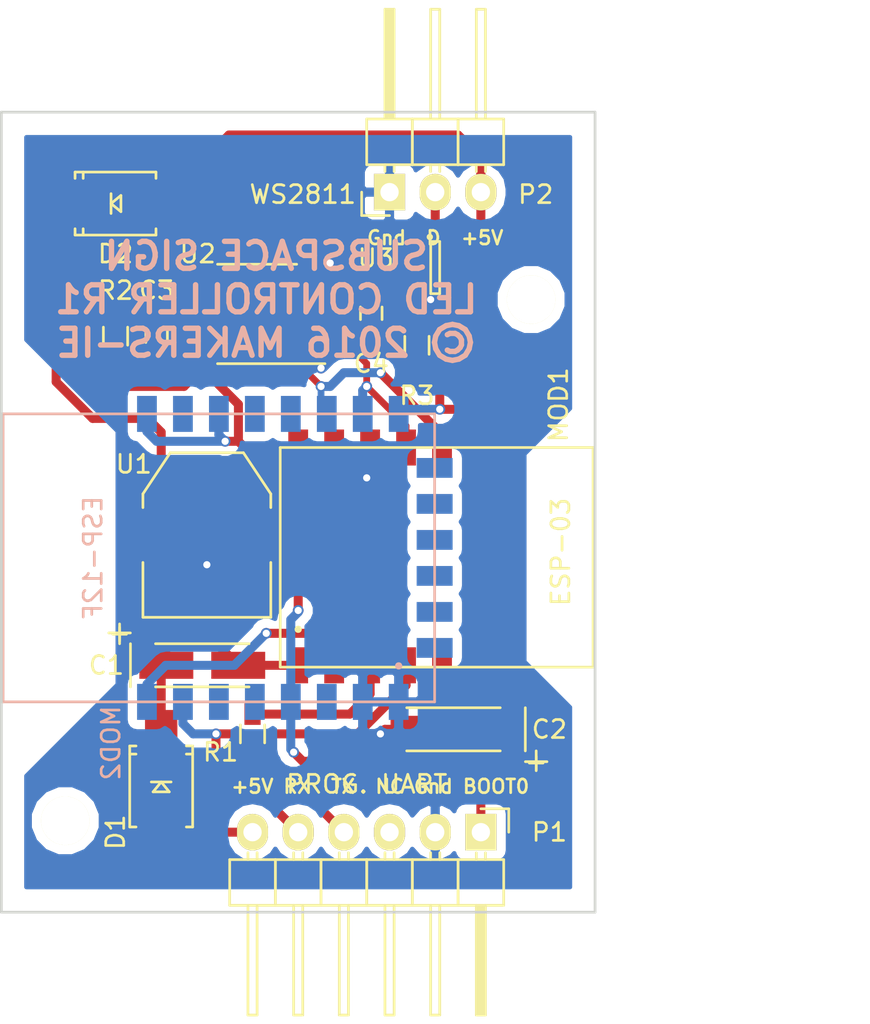
<source format=kicad_pcb>
(kicad_pcb (version 4) (host pcbnew 4.0.3-stable)

  (general
    (links 48)
    (no_connects 1)
    (area 69.992572 22.779999 132.445429 80.090001)
    (thickness 1.6)
    (drawings 11)
    (tracks 176)
    (zones 0)
    (modules 18)
    (nets 39)
  )

  (page A4)
  (title_block
    (title "Subspace sign")
    (date 2016-08-28)
    (rev 1)
    (company MAKERS-IE)
    (comment 1 "LED CONTROLLER")
  )

  (layers
    (0 F.Cu signal)
    (31 B.Cu signal)
    (32 B.Adhes user)
    (33 F.Adhes user)
    (34 B.Paste user)
    (35 F.Paste user)
    (36 B.SilkS user hide)
    (37 F.SilkS user hide)
    (38 B.Mask user)
    (39 F.Mask user)
    (40 Dwgs.User user)
    (41 Cmts.User user)
    (42 Eco1.User user)
    (43 Eco2.User user)
    (44 Edge.Cuts user)
    (45 Margin user)
    (46 B.CrtYd user)
    (47 F.CrtYd user)
    (48 B.Fab user)
    (49 F.Fab user hide)
  )

  (setup
    (last_trace_width 0.5)
    (user_trace_width 0.375)
    (trace_clearance 0.2)
    (zone_clearance 0.508)
    (zone_45_only yes)
    (trace_min 0.2)
    (segment_width 0.15)
    (edge_width 0.15)
    (via_size 0.6)
    (via_drill 0.4)
    (via_min_size 0.4)
    (via_min_drill 0.3)
    (uvia_size 0.3)
    (uvia_drill 0.1)
    (uvias_allowed no)
    (uvia_min_size 0.2)
    (uvia_min_drill 0.1)
    (pcb_text_width 0.3)
    (pcb_text_size 1.5 1.5)
    (mod_edge_width 0.15)
    (mod_text_size 1 1)
    (mod_text_width 0.15)
    (pad_size 1.524 1.524)
    (pad_drill 0.762)
    (pad_to_mask_clearance 0.2)
    (aux_axis_origin 78.74 29.21)
    (grid_origin 78.74 29.21)
    (visible_elements 7FFFFFFF)
    (pcbplotparams
      (layerselection 0x010f0_80000001)
      (usegerberextensions true)
      (excludeedgelayer true)
      (linewidth 0.100000)
      (plotframeref false)
      (viasonmask false)
      (mode 1)
      (useauxorigin true)
      (hpglpennumber 1)
      (hpglpenspeed 20)
      (hpglpendiameter 15)
      (hpglpenoverlay 2)
      (psnegative false)
      (psa4output false)
      (plotreference true)
      (plotvalue true)
      (plotinvisibletext false)
      (padsonsilk false)
      (subtractmaskfromsilk false)
      (outputformat 1)
      (mirror false)
      (drillshape 0)
      (scaleselection 1)
      (outputdirectory output/))
  )

  (net 0 "")
  (net 1 GND)
  (net 2 +5V)
  (net 3 +3V3)
  (net 4 "Net-(C3-Pad1)")
  (net 5 "Net-(C3-Pad2)")
  (net 6 "Net-(C4-Pad1)")
  (net 7 "Net-(C4-Pad2)")
  (net 8 "Net-(D1-Pad2)")
  (net 9 "Net-(D2-Pad2)")
  (net 10 "Net-(MOD1-Pad2)")
  (net 11 "Net-(MOD1-Pad3)")
  (net 12 "Net-(MOD1-Pad4)")
  (net 13 "Net-(MOD1-Pad5)")
  (net 14 "Net-(MOD1-Pad7)")
  (net 15 "Net-(MOD1-Pad9)")
  (net 16 "Net-(MOD1-Pad10)")
  (net 17 "Net-(MOD1-Pad11)")
  (net 18 "Net-(MOD1-Pad13)")
  (net 19 "Net-(MOD1-Pad14)")
  (net 20 "Net-(MOD2-Pad5)")
  (net 21 "Net-(MOD2-Pad6)")
  (net 22 "Net-(MOD2-Pad10)")
  (net 23 "Net-(MOD2-Pad12)")
  (net 24 "Net-(MOD2-Pad13)")
  (net 25 "Net-(MOD2-Pad17)")
  (net 26 "Net-(MOD2-Pad18)")
  (net 27 "Net-(MOD2-Pad19)")
  (net 28 "Net-(MOD2-Pad20)")
  (net 29 "Net-(MOD2-Pad21)")
  (net 30 "Net-(MOD2-Pad22)")
  (net 31 "Net-(P1-Pad3)")
  (net 32 "Net-(P1-Pad4)")
  (net 33 "Net-(P2-Pad2)")
  (net 34 "Net-(U2-Pad4)")
  (net 35 "Net-(U2-Pad12)")
  (net 36 "Net-(U2-Pad13)")
  (net 37 "Net-(MOD2-Pad3)")
  (net 38 "Net-(U2-Pad5)")

  (net_class Default "This is the default net class."
    (clearance 0.2)
    (trace_width 0.5)
    (via_dia 0.6)
    (via_drill 0.4)
    (uvia_dia 0.3)
    (uvia_drill 0.1)
    (add_net +3V3)
    (add_net +5V)
    (add_net GND)
    (add_net "Net-(C3-Pad1)")
    (add_net "Net-(C3-Pad2)")
    (add_net "Net-(C4-Pad1)")
    (add_net "Net-(C4-Pad2)")
    (add_net "Net-(D1-Pad2)")
    (add_net "Net-(D2-Pad2)")
    (add_net "Net-(MOD1-Pad10)")
    (add_net "Net-(MOD1-Pad11)")
    (add_net "Net-(MOD1-Pad13)")
    (add_net "Net-(MOD1-Pad14)")
    (add_net "Net-(MOD1-Pad2)")
    (add_net "Net-(MOD1-Pad3)")
    (add_net "Net-(MOD1-Pad4)")
    (add_net "Net-(MOD1-Pad5)")
    (add_net "Net-(MOD1-Pad7)")
    (add_net "Net-(MOD1-Pad9)")
    (add_net "Net-(MOD2-Pad10)")
    (add_net "Net-(MOD2-Pad12)")
    (add_net "Net-(MOD2-Pad13)")
    (add_net "Net-(MOD2-Pad17)")
    (add_net "Net-(MOD2-Pad18)")
    (add_net "Net-(MOD2-Pad19)")
    (add_net "Net-(MOD2-Pad20)")
    (add_net "Net-(MOD2-Pad21)")
    (add_net "Net-(MOD2-Pad22)")
    (add_net "Net-(MOD2-Pad3)")
    (add_net "Net-(MOD2-Pad5)")
    (add_net "Net-(MOD2-Pad6)")
    (add_net "Net-(P1-Pad3)")
    (add_net "Net-(P1-Pad4)")
    (add_net "Net-(P2-Pad2)")
    (add_net "Net-(U2-Pad12)")
    (add_net "Net-(U2-Pad13)")
    (add_net "Net-(U2-Pad4)")
    (add_net "Net-(U2-Pad5)")
  )

  (module extra:ESP-12F (layer B.Cu) (tedit 57C330E0) (tstamp 57B61043)
    (at 100.838 61.976 270)
    (path /57B5FB08)
    (fp_text reference MOD2 (at 2.286 16.002 270) (layer B.SilkS)
      (effects (font (size 1 1) (thickness 0.15)) (justify mirror))
    )
    (fp_text value ESP-12F (at -8 17 270) (layer B.SilkS)
      (effects (font (size 1 1) (thickness 0.15)) (justify mirror))
    )
    (fp_circle (center -2 0) (end -2 -0.1) (layer B.SilkS) (width 0.2))
    (fp_line (start 0 -2) (end 0 22) (layer B.SilkS) (width 0.15))
    (fp_line (start 0 22) (end -16 22) (layer B.SilkS) (width 0.15))
    (fp_line (start -16 22) (end -16 -2) (layer B.SilkS) (width 0.15))
    (fp_line (start -16 -2) (end 0 -2) (layer B.SilkS) (width 0.15))
    (pad 1 smd rect (at 0 0 270) (size 2 1.1) (layers B.Cu B.Paste B.Mask)
      (net 1 GND))
    (pad 2 smd rect (at 0 2 270) (size 2 1.1) (layers B.Cu B.Paste B.Mask)
      (net 1 GND))
    (pad 3 smd rect (at 0 4 270) (size 2 1.1) (layers B.Cu B.Paste B.Mask)
      (net 37 "Net-(MOD2-Pad3)"))
    (pad 4 smd rect (at 0 6 270) (size 2 1.1) (layers B.Cu B.Paste B.Mask)
      (net 19 "Net-(MOD1-Pad14)"))
    (pad 5 smd rect (at 0 8 270) (size 2 1.1) (layers B.Cu B.Paste B.Mask)
      (net 20 "Net-(MOD2-Pad5)"))
    (pad 6 smd rect (at 0 10 270) (size 2 1.1) (layers B.Cu B.Paste B.Mask)
      (net 21 "Net-(MOD2-Pad6)"))
    (pad 7 smd rect (at 0 12 270) (size 2 1.1) (layers B.Cu B.Paste B.Mask)
      (net 12 "Net-(MOD1-Pad4)"))
    (pad 8 smd rect (at 0 14 270) (size 2 1.1) (layers B.Cu B.Paste B.Mask)
      (net 11 "Net-(MOD1-Pad3)"))
    (pad 9 smd rect (at -16 14 270) (size 2 1.1) (layers B.Cu B.Paste B.Mask)
      (net 3 +3V3))
    (pad 10 smd rect (at -16 12 270) (size 2 1.1) (layers B.Cu B.Paste B.Mask)
      (net 22 "Net-(MOD2-Pad10)"))
    (pad 11 smd rect (at -16 10 270) (size 2 1.1) (layers B.Cu B.Paste B.Mask)
      (net 3 +3V3))
    (pad 12 smd rect (at -16 8 270) (size 2 1.1) (layers B.Cu B.Paste B.Mask)
      (net 23 "Net-(MOD2-Pad12)"))
    (pad 13 smd rect (at -16 6 270) (size 2 1.1) (layers B.Cu B.Paste B.Mask)
      (net 24 "Net-(MOD2-Pad13)"))
    (pad 14 smd rect (at -16 4 270) (size 2 1.1) (layers B.Cu B.Paste B.Mask)
      (net 16 "Net-(MOD1-Pad10)"))
    (pad 15 smd rect (at -16 2 270) (size 2 1.1) (layers B.Cu B.Paste B.Mask)
      (net 17 "Net-(MOD1-Pad11)"))
    (pad 16 smd rect (at -16 0 270) (size 2 1.1) (layers B.Cu B.Paste B.Mask)
      (net 3 +3V3))
    (pad 17 smd rect (at -13 -2 270) (size 1.1 2) (layers B.Cu B.Paste B.Mask)
      (net 25 "Net-(MOD2-Pad17)"))
    (pad 18 smd rect (at -11 -2 270) (size 1.1 2) (layers B.Cu B.Paste B.Mask)
      (net 26 "Net-(MOD2-Pad18)"))
    (pad 19 smd rect (at -9 -2 270) (size 1.1 2) (layers B.Cu B.Paste B.Mask)
      (net 27 "Net-(MOD2-Pad19)"))
    (pad 20 smd rect (at -7 -2 270) (size 1.1 2) (layers B.Cu B.Paste B.Mask)
      (net 28 "Net-(MOD2-Pad20)"))
    (pad 21 smd rect (at -5 -2 270) (size 1.1 2) (layers B.Cu B.Paste B.Mask)
      (net 29 "Net-(MOD2-Pad21)"))
    (pad 22 smd rect (at -3 -2 270) (size 1.1 2) (layers B.Cu B.Paste B.Mask)
      (net 30 "Net-(MOD2-Pad22)"))
  )

  (module Capacitors_Tantalum_SMD:TantalC_SizeA_EIA-3216_HandSoldering (layer F.Cu) (tedit 57C32F1C) (tstamp 57B60FEF)
    (at 89.916 59.944)
    (descr "Tantal Cap. , Size A, EIA-3216, Hand Soldering,")
    (tags "Tantal Cap. , Size A, EIA-3216, Hand Soldering,")
    (path /57B38705)
    (attr smd)
    (fp_text reference C1 (at -5.334 0) (layer F.SilkS)
      (effects (font (size 1 1) (thickness 0.15)))
    )
    (fp_text value CP (at -0.09906 3.0988) (layer F.Fab) hide
      (effects (font (size 1 1) (thickness 0.15)))
    )
    (fp_text user + (at -4.59994 -1.80086) (layer F.SilkS)
      (effects (font (size 1 1) (thickness 0.15)))
    )
    (fp_line (start -2.60096 1.19888) (end 2.60096 1.19888) (layer F.SilkS) (width 0.15))
    (fp_line (start 2.60096 -1.19888) (end -2.60096 -1.19888) (layer F.SilkS) (width 0.15))
    (fp_line (start -4.59994 -2.2987) (end -4.59994 -1.19888) (layer F.SilkS) (width 0.15))
    (fp_line (start -5.19938 -1.79832) (end -4.0005 -1.79832) (layer F.SilkS) (width 0.15))
    (fp_line (start -3.99542 -1.19888) (end -3.99542 1.19888) (layer F.SilkS) (width 0.15))
    (pad 2 smd rect (at 1.99898 0) (size 2.99974 1.50114) (layers F.Cu F.Paste F.Mask)
      (net 1 GND))
    (pad 1 smd rect (at -1.99898 0) (size 2.99974 1.50114) (layers F.Cu F.Paste F.Mask)
      (net 2 +5V))
    (model Capacitors_Tantalum_SMD.3dshapes/TantalC_SizeA_EIA-3216_HandSoldering.wrl
      (at (xyz 0 0 0))
      (scale (xyz 1 1 1))
      (rotate (xyz 0 0 180))
    )
  )

  (module Capacitors_Tantalum_SMD:TantalC_SizeA_EIA-3216_HandSoldering (layer F.Cu) (tedit 57C321B3) (tstamp 57B60FF5)
    (at 103.886 63.5 180)
    (descr "Tantal Cap. , Size A, EIA-3216, Hand Soldering,")
    (tags "Tantal Cap. , Size A, EIA-3216, Hand Soldering,")
    (path /57B3878C)
    (attr smd)
    (fp_text reference C2 (at -5.334 0 180) (layer F.SilkS)
      (effects (font (size 1 1) (thickness 0.15)))
    )
    (fp_text value CP (at -0.09906 3.0988 180) (layer F.Fab) hide
      (effects (font (size 1 1) (thickness 0.15)))
    )
    (fp_text user + (at -4.59994 -1.80086 180) (layer F.SilkS)
      (effects (font (size 1 1) (thickness 0.15)))
    )
    (fp_line (start -2.60096 1.19888) (end 2.60096 1.19888) (layer F.SilkS) (width 0.15))
    (fp_line (start 2.60096 -1.19888) (end -2.60096 -1.19888) (layer F.SilkS) (width 0.15))
    (fp_line (start -4.59994 -2.2987) (end -4.59994 -1.19888) (layer F.SilkS) (width 0.15))
    (fp_line (start -5.19938 -1.79832) (end -4.0005 -1.79832) (layer F.SilkS) (width 0.15))
    (fp_line (start -3.99542 -1.19888) (end -3.99542 1.19888) (layer F.SilkS) (width 0.15))
    (pad 2 smd rect (at 1.99898 0 180) (size 2.99974 1.50114) (layers F.Cu F.Paste F.Mask)
      (net 1 GND))
    (pad 1 smd rect (at -1.99898 0 180) (size 2.99974 1.50114) (layers F.Cu F.Paste F.Mask)
      (net 3 +3V3))
    (model Capacitors_Tantalum_SMD.3dshapes/TantalC_SizeA_EIA-3216_HandSoldering.wrl
      (at (xyz 0 0 0))
      (scale (xyz 1 1 1))
      (rotate (xyz 0 0 180))
    )
  )

  (module Capacitors_SMD:C_0603_HandSoldering (layer F.Cu) (tedit 57C3211A) (tstamp 57B60FFB)
    (at 87.376 41.656 270)
    (descr "Capacitor SMD 0603, hand soldering")
    (tags "capacitor 0603")
    (path /57B3CA7D)
    (attr smd)
    (fp_text reference C3 (at -2.54 0 360) (layer F.SilkS)
      (effects (font (size 1 1) (thickness 0.15)))
    )
    (fp_text value 300p (at 0 1.9 270) (layer F.Fab) hide
      (effects (font (size 1 1) (thickness 0.15)))
    )
    (fp_line (start -1.85 -0.75) (end 1.85 -0.75) (layer F.CrtYd) (width 0.05))
    (fp_line (start -1.85 0.75) (end 1.85 0.75) (layer F.CrtYd) (width 0.05))
    (fp_line (start -1.85 -0.75) (end -1.85 0.75) (layer F.CrtYd) (width 0.05))
    (fp_line (start 1.85 -0.75) (end 1.85 0.75) (layer F.CrtYd) (width 0.05))
    (fp_line (start -0.35 -0.6) (end 0.35 -0.6) (layer F.SilkS) (width 0.15))
    (fp_line (start 0.35 0.6) (end -0.35 0.6) (layer F.SilkS) (width 0.15))
    (pad 1 smd rect (at -0.95 0 270) (size 1.2 0.75) (layers F.Cu F.Paste F.Mask)
      (net 4 "Net-(C3-Pad1)"))
    (pad 2 smd rect (at 0.95 0 270) (size 1.2 0.75) (layers F.Cu F.Paste F.Mask)
      (net 5 "Net-(C3-Pad2)"))
    (model Capacitors_SMD.3dshapes/C_0603_HandSoldering.wrl
      (at (xyz 0 0 0))
      (scale (xyz 1 1 1))
      (rotate (xyz 0 0 0))
    )
  )

  (module Capacitors_SMD:C_0603_HandSoldering (layer F.Cu) (tedit 57FAC9B0) (tstamp 57B61001)
    (at 99.314 40.386 90)
    (descr "Capacitor SMD 0603, hand soldering")
    (tags "capacitor 0603")
    (path /57B3B2CA)
    (attr smd)
    (fp_text reference C4 (at -2.794 0 180) (layer F.SilkS)
      (effects (font (size 1 1) (thickness 0.15)))
    )
    (fp_text value 300p (at -1.778 4.318 90) (layer F.Fab) hide
      (effects (font (size 1 1) (thickness 0.15)))
    )
    (fp_line (start -1.85 -0.75) (end 1.85 -0.75) (layer F.CrtYd) (width 0.05))
    (fp_line (start -1.85 0.75) (end 1.85 0.75) (layer F.CrtYd) (width 0.05))
    (fp_line (start -1.85 -0.75) (end -1.85 0.75) (layer F.CrtYd) (width 0.05))
    (fp_line (start 1.85 -0.75) (end 1.85 0.75) (layer F.CrtYd) (width 0.05))
    (fp_line (start -0.35 -0.6) (end 0.35 -0.6) (layer F.SilkS) (width 0.15))
    (fp_line (start 0.35 0.6) (end -0.35 0.6) (layer F.SilkS) (width 0.15))
    (pad 1 smd rect (at -0.95 0 90) (size 1.2 0.75) (layers F.Cu F.Paste F.Mask)
      (net 6 "Net-(C4-Pad1)"))
    (pad 2 smd rect (at 0.95 0 90) (size 1.2 0.75) (layers F.Cu F.Paste F.Mask)
      (net 7 "Net-(C4-Pad2)"))
    (model Capacitors_SMD.3dshapes/C_0603_HandSoldering.wrl
      (at (xyz 0 0 0))
      (scale (xyz 1 1 1))
      (rotate (xyz 0 0 0))
    )
  )

  (module Diodes_SMD:SMA_Handsoldering (layer F.Cu) (tedit 57C32182) (tstamp 57B61007)
    (at 87.63 66.675 270)
    (descr "Diode SMA Handsoldering")
    (tags "Diode SMA Handsoldering")
    (path /57B3846C)
    (attr smd)
    (fp_text reference D1 (at 2.54 2.54 270) (layer F.SilkS)
      (effects (font (size 1 1) (thickness 0.15)))
    )
    (fp_text value D_Schottky (at 0.05 4.4 270) (layer F.Fab) hide
      (effects (font (size 1 1) (thickness 0.15)))
    )
    (fp_line (start -4.5 -2) (end 4.5 -2) (layer F.CrtYd) (width 0.05))
    (fp_line (start 4.5 -2) (end 4.5 2) (layer F.CrtYd) (width 0.05))
    (fp_line (start 4.5 2) (end -4.5 2) (layer F.CrtYd) (width 0.05))
    (fp_line (start -4.5 2) (end -4.5 -2) (layer F.CrtYd) (width 0.05))
    (fp_line (start -0.25 0) (end 0.3 -0.45) (layer F.SilkS) (width 0.15))
    (fp_line (start 0.3 -0.45) (end 0.3 0.45) (layer F.SilkS) (width 0.15))
    (fp_line (start 0.3 0.45) (end -0.25 0) (layer F.SilkS) (width 0.15))
    (fp_line (start -0.25 -0.55) (end -0.25 0.55) (layer F.SilkS) (width 0.15))
    (fp_text user K (at -3.25 2.9 270) (layer F.SilkS) hide
      (effects (font (size 1 1) (thickness 0.15)))
    )
    (fp_text user A (at 3.05 2.85 270) (layer F.SilkS) hide
      (effects (font (size 1 1) (thickness 0.15)))
    )
    (fp_line (start -1.79914 1.75006) (end -1.79914 1.39954) (layer F.SilkS) (width 0.15))
    (fp_line (start -1.79914 -1.75006) (end -1.79914 -1.39954) (layer F.SilkS) (width 0.15))
    (fp_line (start 2.25044 1.75006) (end 2.25044 1.39954) (layer F.SilkS) (width 0.15))
    (fp_line (start -2.25044 1.75006) (end -2.25044 1.39954) (layer F.SilkS) (width 0.15))
    (fp_line (start -2.25044 -1.75006) (end -2.25044 -1.39954) (layer F.SilkS) (width 0.15))
    (fp_line (start 2.25044 -1.75006) (end 2.25044 -1.39954) (layer F.SilkS) (width 0.15))
    (fp_line (start -2.25044 1.75006) (end 2.25044 1.75006) (layer F.SilkS) (width 0.15))
    (fp_line (start -2.25044 -1.75006) (end 2.25044 -1.75006) (layer F.SilkS) (width 0.15))
    (pad 1 smd rect (at -2.49936 0 270) (size 3.50012 1.80086) (layers F.Cu F.Paste F.Mask)
      (net 2 +5V))
    (pad 2 smd rect (at 2.49936 0 270) (size 3.50012 1.80086) (layers F.Cu F.Paste F.Mask)
      (net 8 "Net-(D1-Pad2)"))
    (model Diodes_SMD.3dshapes/SMA_Handsoldering.wrl
      (at (xyz 0 0 0))
      (scale (xyz 0.3937 0.3937 0.3937))
      (rotate (xyz 0 0 180))
    )
  )

  (module Diodes_SMD:SMA_Handsoldering (layer F.Cu) (tedit 57C32152) (tstamp 57B6100D)
    (at 85.09 34.29)
    (descr "Diode SMA Handsoldering")
    (tags "Diode SMA Handsoldering")
    (path /57B38409)
    (attr smd)
    (fp_text reference D2 (at 0 2.794) (layer F.SilkS)
      (effects (font (size 1 1) (thickness 0.15)))
    )
    (fp_text value D_Schottky (at 0.05 4.4) (layer F.Fab) hide
      (effects (font (size 1 1) (thickness 0.15)))
    )
    (fp_line (start -4.5 -2) (end 4.5 -2) (layer F.CrtYd) (width 0.05))
    (fp_line (start 4.5 -2) (end 4.5 2) (layer F.CrtYd) (width 0.05))
    (fp_line (start 4.5 2) (end -4.5 2) (layer F.CrtYd) (width 0.05))
    (fp_line (start -4.5 2) (end -4.5 -2) (layer F.CrtYd) (width 0.05))
    (fp_line (start -0.25 0) (end 0.3 -0.45) (layer F.SilkS) (width 0.15))
    (fp_line (start 0.3 -0.45) (end 0.3 0.45) (layer F.SilkS) (width 0.15))
    (fp_line (start 0.3 0.45) (end -0.25 0) (layer F.SilkS) (width 0.15))
    (fp_line (start -0.25 -0.55) (end -0.25 0.55) (layer F.SilkS) (width 0.15))
    (fp_text user K (at -3.25 2.9) (layer F.SilkS) hide
      (effects (font (size 1 1) (thickness 0.15)))
    )
    (fp_text user A (at 3.05 2.85) (layer F.SilkS) hide
      (effects (font (size 1 1) (thickness 0.15)))
    )
    (fp_line (start -1.79914 1.75006) (end -1.79914 1.39954) (layer F.SilkS) (width 0.15))
    (fp_line (start -1.79914 -1.75006) (end -1.79914 -1.39954) (layer F.SilkS) (width 0.15))
    (fp_line (start 2.25044 1.75006) (end 2.25044 1.39954) (layer F.SilkS) (width 0.15))
    (fp_line (start -2.25044 1.75006) (end -2.25044 1.39954) (layer F.SilkS) (width 0.15))
    (fp_line (start -2.25044 -1.75006) (end -2.25044 -1.39954) (layer F.SilkS) (width 0.15))
    (fp_line (start 2.25044 -1.75006) (end 2.25044 -1.39954) (layer F.SilkS) (width 0.15))
    (fp_line (start -2.25044 1.75006) (end 2.25044 1.75006) (layer F.SilkS) (width 0.15))
    (fp_line (start -2.25044 -1.75006) (end 2.25044 -1.75006) (layer F.SilkS) (width 0.15))
    (pad 1 smd rect (at -2.49936 0) (size 3.50012 1.80086) (layers F.Cu F.Paste F.Mask)
      (net 2 +5V))
    (pad 2 smd rect (at 2.49936 0) (size 3.50012 1.80086) (layers F.Cu F.Paste F.Mask)
      (net 9 "Net-(D2-Pad2)"))
    (model Diodes_SMD.3dshapes/SMA_Handsoldering.wrl
      (at (xyz 0 0 0))
      (scale (xyz 0.3937 0.3937 0.3937))
      (rotate (xyz 0 0 180))
    )
  )

  (module extra:ESP-03 (layer F.Cu) (tedit 57C32236) (tstamp 57B61024)
    (at 95.25 59.944 270)
    (path /57B37D0C)
    (fp_text reference MOD1 (at -14.478 -14.478 270) (layer F.SilkS)
      (effects (font (size 1 1) (thickness 0.15)))
    )
    (fp_text value ESP-03 (at -6.3 -14.6 270) (layer F.SilkS)
      (effects (font (size 1 1) (thickness 0.15)))
    )
    (fp_circle (center -2 0) (end -2 0.1) (layer F.SilkS) (width 0.2))
    (fp_line (start -12.1 1) (end 0.1 1) (layer F.SilkS) (width 0.15))
    (fp_line (start 0.1 1) (end 0.1 -16.4) (layer F.SilkS) (width 0.15))
    (fp_line (start 0.1 -16.4) (end -12.1 -16.4) (layer F.SilkS) (width 0.15))
    (fp_line (start -12.1 -16.4) (end -12.1 1) (layer F.SilkS) (width 0.15))
    (pad 1 smd rect (at 0 0 270) (size 2 1.1) (layers F.Cu F.Paste F.Mask)
      (net 1 GND))
    (pad 2 smd rect (at 0 -2 270) (size 2 1.1) (layers F.Cu F.Paste F.Mask)
      (net 10 "Net-(MOD1-Pad2)"))
    (pad 3 smd rect (at 0 -4 270) (size 2 1.1) (layers F.Cu F.Paste F.Mask)
      (net 11 "Net-(MOD1-Pad3)"))
    (pad 4 smd rect (at 0 -6 270) (size 2 1.1) (layers F.Cu F.Paste F.Mask)
      (net 12 "Net-(MOD1-Pad4)"))
    (pad 5 smd rect (at 0 -8 270) (size 2 1.1) (layers F.Cu F.Paste F.Mask)
      (net 13 "Net-(MOD1-Pad5)"))
    (pad 6 smd rect (at 0 -10 270) (size 2 1.1) (layers F.Cu F.Paste F.Mask)
      (net 3 +3V3))
    (pad 7 smd rect (at 0 -12 270) (size 2 1.1) (layers F.Cu F.Paste F.Mask)
      (net 14 "Net-(MOD1-Pad7)"))
    (pad 8 smd rect (at -12.1 -12 270) (size 2 1.1) (layers F.Cu F.Paste F.Mask)
      (net 3 +3V3))
    (pad 9 smd rect (at -12.1 -10 270) (size 2 1.1) (layers F.Cu F.Paste F.Mask)
      (net 15 "Net-(MOD1-Pad9)"))
    (pad 10 smd rect (at -12.1 -8 270) (size 2 1.1) (layers F.Cu F.Paste F.Mask)
      (net 16 "Net-(MOD1-Pad10)"))
    (pad 11 smd rect (at -12.1 -6 270) (size 2 1.1) (layers F.Cu F.Paste F.Mask)
      (net 17 "Net-(MOD1-Pad11)"))
    (pad 12 smd rect (at -12.1 -4 270) (size 2 1.1) (layers F.Cu F.Paste F.Mask)
      (net 1 GND))
    (pad 13 smd rect (at -12.1 -2 270) (size 2 1.1) (layers F.Cu F.Paste F.Mask)
      (net 18 "Net-(MOD1-Pad13)"))
    (pad 14 smd rect (at -12.1 0 270) (size 2 1.1) (layers F.Cu F.Paste F.Mask)
      (net 19 "Net-(MOD1-Pad14)"))
  )

  (module Resistors_SMD:R_0603_HandSoldering (layer F.Cu) (tedit 57C32192) (tstamp 57B6105B)
    (at 92.71 63.754 270)
    (descr "Resistor SMD 0603, hand soldering")
    (tags "resistor 0603")
    (path /57B38559)
    (attr smd)
    (fp_text reference R1 (at 1.016 1.778 360) (layer F.SilkS)
      (effects (font (size 1 1) (thickness 0.15)))
    )
    (fp_text value 100 (at 0 1.9 270) (layer F.Fab) hide
      (effects (font (size 1 1) (thickness 0.15)))
    )
    (fp_line (start -2 -0.8) (end 2 -0.8) (layer F.CrtYd) (width 0.05))
    (fp_line (start -2 0.8) (end 2 0.8) (layer F.CrtYd) (width 0.05))
    (fp_line (start -2 -0.8) (end -2 0.8) (layer F.CrtYd) (width 0.05))
    (fp_line (start 2 -0.8) (end 2 0.8) (layer F.CrtYd) (width 0.05))
    (fp_line (start 0.5 0.675) (end -0.5 0.675) (layer F.SilkS) (width 0.15))
    (fp_line (start -0.5 -0.675) (end 0.5 -0.675) (layer F.SilkS) (width 0.15))
    (pad 1 smd rect (at -1.1 0 270) (size 1.2 0.9) (layers F.Cu F.Paste F.Mask)
      (net 11 "Net-(MOD1-Pad3)"))
    (pad 2 smd rect (at 1.1 0 270) (size 1.2 0.9) (layers F.Cu F.Paste F.Mask)
      (net 32 "Net-(P1-Pad4)"))
    (model Resistors_SMD.3dshapes/R_0603_HandSoldering.wrl
      (at (xyz 0 0 0))
      (scale (xyz 1 1 1))
      (rotate (xyz 0 0 0))
    )
  )

  (module Resistors_SMD:R_0603_HandSoldering (layer F.Cu) (tedit 57C32128) (tstamp 57B61061)
    (at 85.09 41.656 90)
    (descr "Resistor SMD 0603, hand soldering")
    (tags "resistor 0603")
    (path /57B3CA83)
    (attr smd)
    (fp_text reference R2 (at 2.54 0 180) (layer F.SilkS)
      (effects (font (size 1 1) (thickness 0.15)))
    )
    (fp_text value 1k (at 0 1.9 90) (layer F.Fab) hide
      (effects (font (size 1 1) (thickness 0.15)))
    )
    (fp_line (start -2 -0.8) (end 2 -0.8) (layer F.CrtYd) (width 0.05))
    (fp_line (start -2 0.8) (end 2 0.8) (layer F.CrtYd) (width 0.05))
    (fp_line (start -2 -0.8) (end -2 0.8) (layer F.CrtYd) (width 0.05))
    (fp_line (start 2 -0.8) (end 2 0.8) (layer F.CrtYd) (width 0.05))
    (fp_line (start 0.5 0.675) (end -0.5 0.675) (layer F.SilkS) (width 0.15))
    (fp_line (start -0.5 -0.675) (end 0.5 -0.675) (layer F.SilkS) (width 0.15))
    (pad 1 smd rect (at -1.1 0 90) (size 1.2 0.9) (layers F.Cu F.Paste F.Mask)
      (net 5 "Net-(C3-Pad2)"))
    (pad 2 smd rect (at 1.1 0 90) (size 1.2 0.9) (layers F.Cu F.Paste F.Mask)
      (net 3 +3V3))
    (model Resistors_SMD.3dshapes/R_0603_HandSoldering.wrl
      (at (xyz 0 0 0))
      (scale (xyz 1 1 1))
      (rotate (xyz 0 0 0))
    )
  )

  (module Resistors_SMD:R_0603_HandSoldering (layer F.Cu) (tedit 57C32132) (tstamp 57B61067)
    (at 101.854 42.164 270)
    (descr "Resistor SMD 0603, hand soldering")
    (tags "resistor 0603")
    (path /57B3B38A)
    (attr smd)
    (fp_text reference R3 (at 2.794 0 360) (layer F.SilkS)
      (effects (font (size 1 1) (thickness 0.15)))
    )
    (fp_text value 1k (at 0 1.9 270) (layer F.Fab) hide
      (effects (font (size 1 1) (thickness 0.15)))
    )
    (fp_line (start -2 -0.8) (end 2 -0.8) (layer F.CrtYd) (width 0.05))
    (fp_line (start -2 0.8) (end 2 0.8) (layer F.CrtYd) (width 0.05))
    (fp_line (start -2 -0.8) (end -2 0.8) (layer F.CrtYd) (width 0.05))
    (fp_line (start 2 -0.8) (end 2 0.8) (layer F.CrtYd) (width 0.05))
    (fp_line (start 0.5 0.675) (end -0.5 0.675) (layer F.SilkS) (width 0.15))
    (fp_line (start -0.5 -0.675) (end 0.5 -0.675) (layer F.SilkS) (width 0.15))
    (pad 1 smd rect (at -1.1 0 270) (size 1.2 0.9) (layers F.Cu F.Paste F.Mask)
      (net 7 "Net-(C4-Pad2)"))
    (pad 2 smd rect (at 1.1 0 270) (size 1.2 0.9) (layers F.Cu F.Paste F.Mask)
      (net 3 +3V3))
    (model Resistors_SMD.3dshapes/R_0603_HandSoldering.wrl
      (at (xyz 0 0 0))
      (scale (xyz 1 1 1))
      (rotate (xyz 0 0 0))
    )
  )

  (module Housings_SSOP:TSSOP-16_4.4x5mm_Pitch0.65mm (layer F.Cu) (tedit 57C32264) (tstamp 57B6108A)
    (at 92.964 40.386 180)
    (descr "16-Lead Plastic Thin Shrink Small Outline (ST)-4.4 mm Body [TSSOP] (see Microchip Packaging Specification 00000049BS.pdf)")
    (tags "SSOP 0.65")
    (path /57B371CF)
    (attr smd)
    (fp_text reference U2 (at 3.302 3.302 180) (layer F.SilkS)
      (effects (font (size 1 1) (thickness 0.15)))
    )
    (fp_text value 74LS123 (at 0 3.55 180) (layer F.Fab) hide
      (effects (font (size 1 1) (thickness 0.15)))
    )
    (fp_circle (center -1.75 -2) (end -2 -2) (layer F.Fab) (width 0.15))
    (fp_line (start -2.2 2.5) (end -2.2 -2.5) (layer F.Fab) (width 0.15))
    (fp_line (start 2.2 2.5) (end -2.2 2.5) (layer F.Fab) (width 0.15))
    (fp_line (start 2.2 -2.5) (end 2.2 2.5) (layer F.Fab) (width 0.15))
    (fp_line (start -2.2 -2.5) (end 2.2 -2.5) (layer F.Fab) (width 0.15))
    (fp_line (start -3.95 -2.9) (end -3.95 2.8) (layer F.CrtYd) (width 0.05))
    (fp_line (start 3.95 -2.9) (end 3.95 2.8) (layer F.CrtYd) (width 0.05))
    (fp_line (start -3.95 -2.9) (end 3.95 -2.9) (layer F.CrtYd) (width 0.05))
    (fp_line (start -3.95 2.8) (end 3.95 2.8) (layer F.CrtYd) (width 0.05))
    (fp_line (start -2.2 2.725) (end 2.2 2.725) (layer F.SilkS) (width 0.15))
    (fp_line (start -3.775 -2.8) (end 2.2 -2.8) (layer F.SilkS) (width 0.15))
    (pad 1 smd rect (at -2.95 -2.275 180) (size 1.5 0.45) (layers F.Cu F.Paste F.Mask)
      (net 1 GND))
    (pad 2 smd rect (at -2.95 -1.625 180) (size 1.5 0.45) (layers F.Cu F.Paste F.Mask)
      (net 16 "Net-(MOD1-Pad10)"))
    (pad 3 smd rect (at -2.95 -0.975 180) (size 1.5 0.45) (layers F.Cu F.Paste F.Mask)
      (net 17 "Net-(MOD1-Pad11)"))
    (pad 4 smd rect (at -2.95 -0.325 180) (size 1.5 0.45) (layers F.Cu F.Paste F.Mask)
      (net 34 "Net-(U2-Pad4)"))
    (pad 5 smd rect (at -2.95 0.325 180) (size 1.5 0.45) (layers F.Cu F.Paste F.Mask)
      (net 38 "Net-(U2-Pad5)"))
    (pad 6 smd rect (at -2.95 0.975 180) (size 1.5 0.45) (layers F.Cu F.Paste F.Mask)
      (net 6 "Net-(C4-Pad1)"))
    (pad 7 smd rect (at -2.95 1.625 180) (size 1.5 0.45) (layers F.Cu F.Paste F.Mask)
      (net 7 "Net-(C4-Pad2)"))
    (pad 8 smd rect (at -2.95 2.275 180) (size 1.5 0.45) (layers F.Cu F.Paste F.Mask)
      (net 1 GND))
    (pad 9 smd rect (at 2.95 2.275 180) (size 1.5 0.45) (layers F.Cu F.Paste F.Mask)
      (net 36 "Net-(U2-Pad13)"))
    (pad 10 smd rect (at 2.95 1.625 180) (size 1.5 0.45) (layers F.Cu F.Paste F.Mask)
      (net 16 "Net-(MOD1-Pad10)"))
    (pad 11 smd rect (at 2.95 0.975 180) (size 1.5 0.45) (layers F.Cu F.Paste F.Mask)
      (net 3 +3V3))
    (pad 12 smd rect (at 2.95 0.325 180) (size 1.5 0.45) (layers F.Cu F.Paste F.Mask)
      (net 35 "Net-(U2-Pad12)"))
    (pad 13 smd rect (at 2.95 -0.325 180) (size 1.5 0.45) (layers F.Cu F.Paste F.Mask)
      (net 36 "Net-(U2-Pad13)"))
    (pad 14 smd rect (at 2.95 -0.975 180) (size 1.5 0.45) (layers F.Cu F.Paste F.Mask)
      (net 4 "Net-(C3-Pad1)"))
    (pad 15 smd rect (at 2.95 -1.625 180) (size 1.5 0.45) (layers F.Cu F.Paste F.Mask)
      (net 5 "Net-(C3-Pad2)"))
    (pad 16 smd rect (at 2.95 -2.275 180) (size 1.5 0.45) (layers F.Cu F.Paste F.Mask)
      (net 3 +3V3))
    (model Housings_SSOP.3dshapes/TSSOP-16_4.4x5mm_Pitch0.65mm.wrl
      (at (xyz 0 0 0))
      (scale (xyz 1 1 1))
      (rotate (xyz 0 0 0))
    )
  )

  (module Pin_Headers:Pin_Header_Angled_1x06 (layer F.Cu) (tedit 57FACC90) (tstamp 57C325F0)
    (at 105.41 69.215 270)
    (descr "Through hole pin header")
    (tags "pin header")
    (path /57B62FE2)
    (fp_text reference P1 (at 0 -3.81 360) (layer F.SilkS)
      (effects (font (size 1 1) (thickness 0.15)))
    )
    (fp_text value "PROG. UART" (at -2.667 6.35 360) (layer F.SilkS)
      (effects (font (size 1 1) (thickness 0.15)))
    )
    (fp_line (start -1.5 -1.75) (end -1.5 14.45) (layer F.CrtYd) (width 0.05))
    (fp_line (start 10.65 -1.75) (end 10.65 14.45) (layer F.CrtYd) (width 0.05))
    (fp_line (start -1.5 -1.75) (end 10.65 -1.75) (layer F.CrtYd) (width 0.05))
    (fp_line (start -1.5 14.45) (end 10.65 14.45) (layer F.CrtYd) (width 0.05))
    (fp_line (start -1.3 -1.55) (end -1.3 0) (layer F.SilkS) (width 0.15))
    (fp_line (start 0 -1.55) (end -1.3 -1.55) (layer F.SilkS) (width 0.15))
    (fp_line (start 4.191 -0.127) (end 10.033 -0.127) (layer F.SilkS) (width 0.15))
    (fp_line (start 10.033 -0.127) (end 10.033 0.127) (layer F.SilkS) (width 0.15))
    (fp_line (start 10.033 0.127) (end 4.191 0.127) (layer F.SilkS) (width 0.15))
    (fp_line (start 4.191 0.127) (end 4.191 0) (layer F.SilkS) (width 0.15))
    (fp_line (start 4.191 0) (end 10.033 0) (layer F.SilkS) (width 0.15))
    (fp_line (start 1.524 -0.254) (end 1.143 -0.254) (layer F.SilkS) (width 0.15))
    (fp_line (start 1.524 0.254) (end 1.143 0.254) (layer F.SilkS) (width 0.15))
    (fp_line (start 1.524 2.286) (end 1.143 2.286) (layer F.SilkS) (width 0.15))
    (fp_line (start 1.524 2.794) (end 1.143 2.794) (layer F.SilkS) (width 0.15))
    (fp_line (start 1.524 4.826) (end 1.143 4.826) (layer F.SilkS) (width 0.15))
    (fp_line (start 1.524 5.334) (end 1.143 5.334) (layer F.SilkS) (width 0.15))
    (fp_line (start 1.524 12.954) (end 1.143 12.954) (layer F.SilkS) (width 0.15))
    (fp_line (start 1.524 12.446) (end 1.143 12.446) (layer F.SilkS) (width 0.15))
    (fp_line (start 1.524 10.414) (end 1.143 10.414) (layer F.SilkS) (width 0.15))
    (fp_line (start 1.524 9.906) (end 1.143 9.906) (layer F.SilkS) (width 0.15))
    (fp_line (start 1.524 7.874) (end 1.143 7.874) (layer F.SilkS) (width 0.15))
    (fp_line (start 1.524 7.366) (end 1.143 7.366) (layer F.SilkS) (width 0.15))
    (fp_line (start 1.524 -1.27) (end 4.064 -1.27) (layer F.SilkS) (width 0.15))
    (fp_line (start 1.524 1.27) (end 4.064 1.27) (layer F.SilkS) (width 0.15))
    (fp_line (start 1.524 1.27) (end 1.524 3.81) (layer F.SilkS) (width 0.15))
    (fp_line (start 1.524 3.81) (end 4.064 3.81) (layer F.SilkS) (width 0.15))
    (fp_line (start 4.064 2.286) (end 10.16 2.286) (layer F.SilkS) (width 0.15))
    (fp_line (start 10.16 2.286) (end 10.16 2.794) (layer F.SilkS) (width 0.15))
    (fp_line (start 10.16 2.794) (end 4.064 2.794) (layer F.SilkS) (width 0.15))
    (fp_line (start 4.064 3.81) (end 4.064 1.27) (layer F.SilkS) (width 0.15))
    (fp_line (start 4.064 1.27) (end 4.064 -1.27) (layer F.SilkS) (width 0.15))
    (fp_line (start 10.16 0.254) (end 4.064 0.254) (layer F.SilkS) (width 0.15))
    (fp_line (start 10.16 -0.254) (end 10.16 0.254) (layer F.SilkS) (width 0.15))
    (fp_line (start 4.064 -0.254) (end 10.16 -0.254) (layer F.SilkS) (width 0.15))
    (fp_line (start 1.524 1.27) (end 4.064 1.27) (layer F.SilkS) (width 0.15))
    (fp_line (start 1.524 -1.27) (end 1.524 1.27) (layer F.SilkS) (width 0.15))
    (fp_line (start 1.524 8.89) (end 4.064 8.89) (layer F.SilkS) (width 0.15))
    (fp_line (start 1.524 8.89) (end 1.524 11.43) (layer F.SilkS) (width 0.15))
    (fp_line (start 1.524 11.43) (end 4.064 11.43) (layer F.SilkS) (width 0.15))
    (fp_line (start 4.064 9.906) (end 10.16 9.906) (layer F.SilkS) (width 0.15))
    (fp_line (start 10.16 9.906) (end 10.16 10.414) (layer F.SilkS) (width 0.15))
    (fp_line (start 10.16 10.414) (end 4.064 10.414) (layer F.SilkS) (width 0.15))
    (fp_line (start 4.064 11.43) (end 4.064 8.89) (layer F.SilkS) (width 0.15))
    (fp_line (start 4.064 13.97) (end 4.064 11.43) (layer F.SilkS) (width 0.15))
    (fp_line (start 10.16 12.954) (end 4.064 12.954) (layer F.SilkS) (width 0.15))
    (fp_line (start 10.16 12.446) (end 10.16 12.954) (layer F.SilkS) (width 0.15))
    (fp_line (start 4.064 12.446) (end 10.16 12.446) (layer F.SilkS) (width 0.15))
    (fp_line (start 1.524 13.97) (end 4.064 13.97) (layer F.SilkS) (width 0.15))
    (fp_line (start 1.524 11.43) (end 1.524 13.97) (layer F.SilkS) (width 0.15))
    (fp_line (start 1.524 11.43) (end 4.064 11.43) (layer F.SilkS) (width 0.15))
    (fp_line (start 1.524 6.35) (end 4.064 6.35) (layer F.SilkS) (width 0.15))
    (fp_line (start 1.524 6.35) (end 1.524 8.89) (layer F.SilkS) (width 0.15))
    (fp_line (start 1.524 8.89) (end 4.064 8.89) (layer F.SilkS) (width 0.15))
    (fp_line (start 4.064 7.366) (end 10.16 7.366) (layer F.SilkS) (width 0.15))
    (fp_line (start 10.16 7.366) (end 10.16 7.874) (layer F.SilkS) (width 0.15))
    (fp_line (start 10.16 7.874) (end 4.064 7.874) (layer F.SilkS) (width 0.15))
    (fp_line (start 4.064 8.89) (end 4.064 6.35) (layer F.SilkS) (width 0.15))
    (fp_line (start 4.064 6.35) (end 4.064 3.81) (layer F.SilkS) (width 0.15))
    (fp_line (start 10.16 5.334) (end 4.064 5.334) (layer F.SilkS) (width 0.15))
    (fp_line (start 10.16 4.826) (end 10.16 5.334) (layer F.SilkS) (width 0.15))
    (fp_line (start 4.064 4.826) (end 10.16 4.826) (layer F.SilkS) (width 0.15))
    (fp_line (start 1.524 6.35) (end 4.064 6.35) (layer F.SilkS) (width 0.15))
    (fp_line (start 1.524 3.81) (end 1.524 6.35) (layer F.SilkS) (width 0.15))
    (fp_line (start 1.524 3.81) (end 4.064 3.81) (layer F.SilkS) (width 0.15))
    (pad 1 thru_hole rect (at 0 0 270) (size 2.032 1.7272) (drill 1.016) (layers *.Cu *.Mask F.SilkS)
      (net 19 "Net-(MOD1-Pad14)"))
    (pad 2 thru_hole oval (at 0 2.54 270) (size 2.032 1.7272) (drill 1.016) (layers *.Cu *.Mask F.SilkS)
      (net 1 GND))
    (pad 3 thru_hole oval (at 0 5.08 270) (size 2.032 1.7272) (drill 1.016) (layers *.Cu *.Mask F.SilkS)
      (net 31 "Net-(P1-Pad3)"))
    (pad 4 thru_hole oval (at 0 7.62 270) (size 2.032 1.7272) (drill 1.016) (layers *.Cu *.Mask F.SilkS)
      (net 32 "Net-(P1-Pad4)"))
    (pad 5 thru_hole oval (at 0 10.16 270) (size 2.032 1.7272) (drill 1.016) (layers *.Cu *.Mask F.SilkS)
      (net 12 "Net-(MOD1-Pad4)"))
    (pad 6 thru_hole oval (at 0 12.7 270) (size 2.032 1.7272) (drill 1.016) (layers *.Cu *.Mask F.SilkS)
      (net 8 "Net-(D1-Pad2)"))
    (model Pin_Headers.3dshapes/Pin_Header_Angled_1x06.wrl
      (at (xyz 0 -0.25 0))
      (scale (xyz 1 1 1))
      (rotate (xyz 0 0 90))
    )
  )

  (module Pin_Headers:Pin_Header_Angled_1x03 (layer F.Cu) (tedit 57FACCB3) (tstamp 57C325F9)
    (at 100.33 33.655 90)
    (descr "Through hole pin header")
    (tags "pin header")
    (path /57B62305)
    (fp_text reference P2 (at -0.127 8.128 180) (layer F.SilkS)
      (effects (font (size 1 1) (thickness 0.15)))
    )
    (fp_text value WS2811 (at -0.127 -4.826 180) (layer F.SilkS)
      (effects (font (size 1 1) (thickness 0.15)))
    )
    (fp_line (start -1.5 -1.75) (end -1.5 6.85) (layer F.CrtYd) (width 0.05))
    (fp_line (start 10.65 -1.75) (end 10.65 6.85) (layer F.CrtYd) (width 0.05))
    (fp_line (start -1.5 -1.75) (end 10.65 -1.75) (layer F.CrtYd) (width 0.05))
    (fp_line (start -1.5 6.85) (end 10.65 6.85) (layer F.CrtYd) (width 0.05))
    (fp_line (start -1.3 -1.55) (end -1.3 0) (layer F.SilkS) (width 0.15))
    (fp_line (start 0 -1.55) (end -1.3 -1.55) (layer F.SilkS) (width 0.15))
    (fp_line (start 4.191 -0.127) (end 10.033 -0.127) (layer F.SilkS) (width 0.15))
    (fp_line (start 10.033 -0.127) (end 10.033 0.127) (layer F.SilkS) (width 0.15))
    (fp_line (start 10.033 0.127) (end 4.191 0.127) (layer F.SilkS) (width 0.15))
    (fp_line (start 4.191 0.127) (end 4.191 0) (layer F.SilkS) (width 0.15))
    (fp_line (start 4.191 0) (end 10.033 0) (layer F.SilkS) (width 0.15))
    (fp_line (start 1.524 -0.254) (end 1.143 -0.254) (layer F.SilkS) (width 0.15))
    (fp_line (start 1.524 0.254) (end 1.143 0.254) (layer F.SilkS) (width 0.15))
    (fp_line (start 1.524 2.286) (end 1.143 2.286) (layer F.SilkS) (width 0.15))
    (fp_line (start 1.524 2.794) (end 1.143 2.794) (layer F.SilkS) (width 0.15))
    (fp_line (start 1.524 4.826) (end 1.143 4.826) (layer F.SilkS) (width 0.15))
    (fp_line (start 1.524 5.334) (end 1.143 5.334) (layer F.SilkS) (width 0.15))
    (fp_line (start 4.064 1.27) (end 4.064 -1.27) (layer F.SilkS) (width 0.15))
    (fp_line (start 10.16 0.254) (end 4.064 0.254) (layer F.SilkS) (width 0.15))
    (fp_line (start 10.16 -0.254) (end 10.16 0.254) (layer F.SilkS) (width 0.15))
    (fp_line (start 4.064 -0.254) (end 10.16 -0.254) (layer F.SilkS) (width 0.15))
    (fp_line (start 1.524 1.27) (end 4.064 1.27) (layer F.SilkS) (width 0.15))
    (fp_line (start 1.524 -1.27) (end 1.524 1.27) (layer F.SilkS) (width 0.15))
    (fp_line (start 1.524 -1.27) (end 4.064 -1.27) (layer F.SilkS) (width 0.15))
    (fp_line (start 1.524 3.81) (end 4.064 3.81) (layer F.SilkS) (width 0.15))
    (fp_line (start 1.524 3.81) (end 1.524 6.35) (layer F.SilkS) (width 0.15))
    (fp_line (start 4.064 4.826) (end 10.16 4.826) (layer F.SilkS) (width 0.15))
    (fp_line (start 10.16 4.826) (end 10.16 5.334) (layer F.SilkS) (width 0.15))
    (fp_line (start 10.16 5.334) (end 4.064 5.334) (layer F.SilkS) (width 0.15))
    (fp_line (start 4.064 6.35) (end 4.064 3.81) (layer F.SilkS) (width 0.15))
    (fp_line (start 4.064 3.81) (end 4.064 1.27) (layer F.SilkS) (width 0.15))
    (fp_line (start 10.16 2.794) (end 4.064 2.794) (layer F.SilkS) (width 0.15))
    (fp_line (start 10.16 2.286) (end 10.16 2.794) (layer F.SilkS) (width 0.15))
    (fp_line (start 4.064 2.286) (end 10.16 2.286) (layer F.SilkS) (width 0.15))
    (fp_line (start 1.524 3.81) (end 4.064 3.81) (layer F.SilkS) (width 0.15))
    (fp_line (start 1.524 1.27) (end 1.524 3.81) (layer F.SilkS) (width 0.15))
    (fp_line (start 1.524 1.27) (end 4.064 1.27) (layer F.SilkS) (width 0.15))
    (fp_line (start 1.524 6.35) (end 4.064 6.35) (layer F.SilkS) (width 0.15))
    (pad 1 thru_hole rect (at 0 0 90) (size 2.032 1.7272) (drill 1.016) (layers *.Cu *.Mask F.SilkS)
      (net 1 GND))
    (pad 2 thru_hole oval (at 0 2.54 90) (size 2.032 1.7272) (drill 1.016) (layers *.Cu *.Mask F.SilkS)
      (net 33 "Net-(P2-Pad2)"))
    (pad 3 thru_hole oval (at 0 5.08 90) (size 2.032 1.7272) (drill 1.016) (layers *.Cu *.Mask F.SilkS)
      (net 9 "Net-(D2-Pad2)"))
    (model Pin_Headers.3dshapes/Pin_Header_Angled_1x03.wrl
      (at (xyz 0 -0.1 0))
      (scale (xyz 1 1 1))
      (rotate (xyz 0 0 90))
    )
  )

  (module TO_SOT_Packages_SMD:SOT-223 (layer F.Cu) (tedit 57C32F0F) (tstamp 57C32E8B)
    (at 90.17 52.705)
    (descr "module CMS SOT223 4 pins")
    (tags "CMS SOT")
    (path /57B386AE)
    (attr smd)
    (fp_text reference U1 (at -4.064 -3.937) (layer F.SilkS)
      (effects (font (size 1 1) (thickness 0.15)))
    )
    (fp_text value MCP1754ST-3302E/MB (at 0.254 0.635) (layer F.Fab) hide
      (effects (font (size 1 1) (thickness 0.15)))
    )
    (fp_line (start -3.556 1.524) (end -3.556 4.572) (layer F.SilkS) (width 0.15))
    (fp_line (start -3.556 4.572) (end 3.556 4.572) (layer F.SilkS) (width 0.15))
    (fp_line (start 3.556 4.572) (end 3.556 1.524) (layer F.SilkS) (width 0.15))
    (fp_line (start -3.556 -1.524) (end -3.556 -2.286) (layer F.SilkS) (width 0.15))
    (fp_line (start -3.556 -2.286) (end -2.032 -4.572) (layer F.SilkS) (width 0.15))
    (fp_line (start -2.032 -4.572) (end 2.032 -4.572) (layer F.SilkS) (width 0.15))
    (fp_line (start 2.032 -4.572) (end 3.556 -2.286) (layer F.SilkS) (width 0.15))
    (fp_line (start 3.556 -2.286) (end 3.556 -1.524) (layer F.SilkS) (width 0.15))
    (pad 4 smd rect (at 0 -3.302) (size 3.6576 2.032) (layers F.Cu F.Paste F.Mask))
    (pad 2 smd rect (at 0 3.302) (size 1.016 2.032) (layers F.Cu F.Paste F.Mask)
      (net 1 GND))
    (pad 3 smd rect (at 2.286 3.302) (size 1.016 2.032) (layers F.Cu F.Paste F.Mask)
      (net 3 +3V3))
    (pad 1 smd rect (at -2.286 3.302) (size 1.016 2.032) (layers F.Cu F.Paste F.Mask)
      (net 2 +5V))
    (model TO_SOT_Packages_SMD.3dshapes/SOT-223.wrl
      (at (xyz 0 0 0))
      (scale (xyz 0.4 0.4 0.4))
      (rotate (xyz 0 0 0))
    )
  )

  (module Mounting_Holes:MountingHole_2.7mm_M2.5 (layer F.Cu) (tedit 57C33264) (tstamp 57C33072)
    (at 82.296 68.58)
    (descr "Mounting Hole 2.7mm, no annular, M2.5")
    (tags "mounting hole 2.7mm no annular m2.5")
    (fp_text reference REF** (at -9.906 4.318) (layer F.SilkS) hide
      (effects (font (size 1 1) (thickness 0.15)))
    )
    (fp_text value MountingHole_2.7mm_M2.5 (at -2.032 5.842) (layer F.Fab) hide
      (effects (font (size 1 1) (thickness 0.15)))
    )
    (fp_circle (center 0 0) (end 2.7 0) (layer Cmts.User) (width 0.15))
    (fp_circle (center 0 0) (end 2.95 0) (layer F.CrtYd) (width 0.05))
    (pad 1 np_thru_hole circle (at 0 0) (size 2.7 2.7) (drill 2.7) (layers *.Cu *.Mask F.SilkS))
  )

  (module Mounting_Holes:MountingHole_2.7mm_M2.5 (layer F.Cu) (tedit 57C33260) (tstamp 57C330A7)
    (at 108.204 39.624)
    (descr "Mounting Hole 2.7mm, no annular, M2.5")
    (tags "mounting hole 2.7mm no annular m2.5")
    (fp_text reference REF** (at 5.842 -1.778) (layer F.SilkS) hide
      (effects (font (size 1 1) (thickness 0.15)))
    )
    (fp_text value MountingHole_2.7mm_M2.5 (at 13.97 0) (layer F.Fab) hide
      (effects (font (size 1 1) (thickness 0.15)))
    )
    (fp_circle (center 0 0) (end 2.7 0) (layer Cmts.User) (width 0.15))
    (fp_circle (center 0 0) (end 2.95 0) (layer F.CrtYd) (width 0.05))
    (pad 1 np_thru_hole circle (at 0 0) (size 2.7 2.7) (drill 2.7) (layers *.Cu *.Mask F.SilkS))
  )

  (module TO_SOT_Packages_SMD:SOT-23-5 (layer F.Cu) (tedit 57FACA58) (tstamp 57FAC934)
    (at 102.87 37.846)
    (descr "5-pin SOT23 package")
    (tags SOT-23-5)
    (path /57FACA56)
    (attr smd)
    (fp_text reference U3 (at -3.302 -0.508) (layer F.SilkS)
      (effects (font (size 1 1) (thickness 0.15)))
    )
    (fp_text value SN74LV1T34 (at 5.334 -10.414) (layer F.Fab) hide
      (effects (font (size 1 1) (thickness 0.15)))
    )
    (fp_line (start -1.8 -1.6) (end 1.8 -1.6) (layer F.CrtYd) (width 0.05))
    (fp_line (start 1.8 -1.6) (end 1.8 1.6) (layer F.CrtYd) (width 0.05))
    (fp_line (start 1.8 1.6) (end -1.8 1.6) (layer F.CrtYd) (width 0.05))
    (fp_line (start -1.8 1.6) (end -1.8 -1.6) (layer F.CrtYd) (width 0.05))
    (fp_circle (center -0.3 -1.7) (end -0.2 -1.7) (layer F.SilkS) (width 0.15))
    (fp_line (start 0.25 -1.45) (end -0.25 -1.45) (layer F.SilkS) (width 0.15))
    (fp_line (start 0.25 1.45) (end 0.25 -1.45) (layer F.SilkS) (width 0.15))
    (fp_line (start -0.25 1.45) (end 0.25 1.45) (layer F.SilkS) (width 0.15))
    (fp_line (start -0.25 -1.45) (end -0.25 1.45) (layer F.SilkS) (width 0.15))
    (pad 1 smd rect (at -1.1 -0.95) (size 1.06 0.65) (layers F.Cu F.Paste F.Mask))
    (pad 2 smd rect (at -1.1 0) (size 1.06 0.65) (layers F.Cu F.Paste F.Mask)
      (net 38 "Net-(U2-Pad5)"))
    (pad 3 smd rect (at -1.1 0.95) (size 1.06 0.65) (layers F.Cu F.Paste F.Mask)
      (net 1 GND))
    (pad 4 smd rect (at 1.1 0.95) (size 1.06 0.65) (layers F.Cu F.Paste F.Mask)
      (net 33 "Net-(P2-Pad2)"))
    (pad 5 smd rect (at 1.1 -0.95) (size 1.06 0.65) (layers F.Cu F.Paste F.Mask)
      (net 9 "Net-(D2-Pad2)"))
    (model TO_SOT_Packages_SMD.3dshapes/SOT-23-5.wrl
      (at (xyz 0 0 0))
      (scale (xyz 1 1 1))
      (rotate (xyz 0 0 0))
    )
  )

  (gr_text "+5V RX  TX  NC Gnd BOOT0" (at 91.44 66.675) (layer F.SilkS)
    (effects (font (size 0.762 0.762) (thickness 0.15)) (justify left))
  )
  (gr_text "Gnd  D  +5V" (at 102.87 36.195) (layer F.SilkS)
    (effects (font (size 0.762 0.762) (thickness 0.15)))
  )
  (gr_line (start 111.76 29.21) (end 78.74 29.21) (angle 90) (layer Edge.Cuts) (width 0.15))
  (gr_line (start 111.76 73.66) (end 111.76 29.21) (angle 90) (layer Edge.Cuts) (width 0.15))
  (gr_line (start 78.74 73.66) (end 111.76 73.66) (angle 90) (layer Edge.Cuts) (width 0.15))
  (gr_line (start 78.74 29.21) (end 78.74 73.66) (angle 90) (layer Edge.Cuts) (width 0.15))
  (gr_line (start 127 29.21) (end 78.74 29.21) (angle 90) (layer Eco1.User) (width 0.15))
  (gr_line (start 127 77.47) (end 127 29.21) (angle 90) (layer Eco1.User) (width 0.15))
  (gr_line (start 78.74 77.47) (end 127 77.47) (angle 90) (layer Eco1.User) (width 0.15))
  (gr_line (start 78.74 29.21) (end 78.74 77.47) (angle 90) (layer Eco1.User) (width 0.15))
  (gr_text "SUBSPACE SIGN\nLED CONTROLLER R1\n© 2016 MAKERS-IE" (at 93.472 39.624) (layer B.SilkS)
    (effects (font (size 1.5 1.5) (thickness 0.3)) (justify mirror))
  )

  (segment (start 101.77 38.796) (end 101.788 38.796) (width 0.5) (layer F.Cu) (net 1))
  (segment (start 101.788 38.796) (end 102.616 39.624) (width 0.5) (layer F.Cu) (net 1) (tstamp 57FACA2C))
  (via (at 102.616 39.624) (size 0.6) (drill 0.4) (layers F.Cu B.Cu) (net 1))
  (segment (start 90.17 56.007) (end 90.17 54.356) (width 0.5) (layer F.Cu) (net 1))
  (via (at 90.17 54.356) (size 0.6) (drill 0.4) (layers F.Cu B.Cu) (net 1))
  (segment (start 91.91498 59.944) (end 90.17 58.19902) (width 0.5) (layer F.Cu) (net 1))
  (segment (start 90.17 58.19902) (end 90.17 56.007) (width 0.5) (layer F.Cu) (net 1) (tstamp 57C32EA0))
  (segment (start 95.914 42.661) (end 95.914 42.828) (width 0.375) (layer F.Cu) (net 1) (status 30))
  (segment (start 95.914 42.828) (end 96.52 43.434) (width 0.375) (layer F.Cu) (net 1) (tstamp 57C31D71) (status 10))
  (via (at 96.52 43.434) (size 0.6) (drill 0.4) (layers F.Cu B.Cu) (net 1))
  (segment (start 101.88702 63.5) (end 100.076 63.5) (width 0.5) (layer F.Cu) (net 1) (status 10))
  (via (at 99.822 63.754) (size 0.6) (drill 0.4) (layers F.Cu B.Cu) (net 1))
  (segment (start 100.076 63.5) (end 99.822 63.754) (width 0.5) (layer F.Cu) (net 1) (tstamp 57C31D52))
  (segment (start 95.914 38.111) (end 96.433 37.592) (width 0.375) (layer F.Cu) (net 1) (status 10))
  (via (at 97.028 37.592) (size 0.6) (drill 0.4) (layers F.Cu B.Cu) (net 1))
  (segment (start 96.433 37.592) (end 97.028 37.592) (width 0.375) (layer F.Cu) (net 1) (tstamp 57C31CB0))
  (segment (start 99.25 47.844) (end 99.06 48.034) (width 0.5) (layer F.Cu) (net 1) (status 30))
  (segment (start 99.06 48.034) (end 99.06 49.53) (width 0.5) (layer F.Cu) (net 1) (tstamp 57C31C96) (status 10))
  (via (at 99.06 49.53) (size 0.6) (drill 0.4) (layers F.Cu B.Cu) (net 1))
  (segment (start 91.91498 59.944) (end 95.25 59.944) (width 0.5) (layer F.Cu) (net 1) (status 30))
  (segment (start 87.63 46.99) (end 87.63 55.753) (width 0.5) (layer F.Cu) (net 2))
  (segment (start 87.63 55.753) (end 87.884 56.007) (width 0.5) (layer F.Cu) (net 2) (tstamp 57C32ECF))
  (segment (start 87.884 56.007) (end 87.884 59.91098) (width 0.5) (layer F.Cu) (net 2))
  (segment (start 87.884 59.91098) (end 87.91702 59.944) (width 0.5) (layer F.Cu) (net 2) (tstamp 57C32E9C))
  (segment (start 87.91702 59.944) (end 87.63 60.23102) (width 0.5) (layer F.Cu) (net 2) (status 30))
  (segment (start 87.63 60.23102) (end 87.63 64.17564) (width 0.5) (layer F.Cu) (net 2) (tstamp 57C3288E) (status 30))
  (segment (start 87.58936 63.5) (end 87.91702 63.17234) (width 0.5) (layer F.Cu) (net 2) (status 30))
  (segment (start 82.59064 34.29) (end 81.788 35.09264) (width 0.5) (layer F.Cu) (net 2) (status 30))
  (segment (start 81.788 35.09264) (end 81.788 44.196) (width 0.5) (layer F.Cu) (net 2) (tstamp 57C319D5) (status 10))
  (segment (start 86.868 46.228) (end 87.63 46.99) (width 0.5) (layer F.Cu) (net 2) (tstamp 57C319E1))
  (segment (start 83.82 46.228) (end 86.868 46.228) (width 0.5) (layer F.Cu) (net 2) (tstamp 57C319DA))
  (segment (start 81.788 44.196) (end 83.82 46.228) (width 0.5) (layer F.Cu) (net 2) (tstamp 57C319D8))
  (segment (start 106.426 45.72) (end 107.25 46.544) (width 0.5) (layer F.Cu) (net 3))
  (segment (start 107.25 46.544) (end 107.25 47.844) (width 0.5) (layer F.Cu) (net 3) (tstamp 57FAC996))
  (segment (start 103.124 45.72) (end 103.124 44.534) (width 0.5) (layer F.Cu) (net 3))
  (segment (start 103.124 44.534) (end 101.854 43.264) (width 0.5) (layer F.Cu) (net 3) (tstamp 57FAC990))
  (segment (start 85.09 40.556) (end 83.82 41.826) (width 0.5) (layer F.Cu) (net 3))
  (segment (start 83.82 43.434) (end 84.836 44.45) (width 0.5) (layer F.Cu) (net 3) (tstamp 57FA8FE2))
  (segment (start 83.82 41.826) (end 83.82 43.434) (width 0.5) (layer F.Cu) (net 3) (tstamp 57FA8FDF))
  (segment (start 86.106 39.411) (end 86.106 39.54) (width 0.375) (layer F.Cu) (net 3))
  (segment (start 86.106 39.54) (end 85.09 40.556) (width 0.375) (layer F.Cu) (net 3) (tstamp 57FA8FC7))
  (segment (start 92.456 56.007) (end 92.71 55.753) (width 0.5) (layer F.Cu) (net 3))
  (segment (start 92.71 55.753) (end 92.71 48.28286) (width 0.5) (layer F.Cu) (net 3) (tstamp 57C32EA6))
  (segment (start 92.71 48.28286) (end 91.92514 47.498) (width 0.5) (layer F.Cu) (net 3) (tstamp 57C32EA7))
  (segment (start 106.426 45.72) (end 103.124 45.72) (width 0.5) (layer F.Cu) (net 3) (tstamp 57FAC994))
  (segment (start 103.124 45.72) (end 101.094 45.72) (width 0.5) (layer B.Cu) (net 3) (tstamp 57C31CDD) (status 20))
  (via (at 103.124 45.72) (size 0.6) (drill 0.4) (layers F.Cu B.Cu) (net 3))
  (segment (start 101.094 45.72) (end 100.838 45.976) (width 0.5) (layer B.Cu) (net 3) (tstamp 57C31CDE) (status 30))
  (segment (start 91.186 47.498) (end 87.376 47.498) (width 0.5) (layer B.Cu) (net 3))
  (segment (start 87.376 47.498) (end 86.838 46.96) (width 0.5) (layer B.Cu) (net 3) (tstamp 57C31B2D) (status 20))
  (segment (start 86.838 46.96) (end 86.838 45.976) (width 0.5) (layer B.Cu) (net 3) (tstamp 57C31B30) (status 30))
  (segment (start 91.92514 47.498) (end 91.186 47.498) (width 0.5) (layer F.Cu) (net 3))
  (segment (start 90.838 47.15) (end 90.838 45.976) (width 0.5) (layer B.Cu) (net 3) (tstamp 57C31B28) (status 20))
  (segment (start 91.186 47.498) (end 90.838 47.15) (width 0.5) (layer B.Cu) (net 3) (tstamp 57C31B27))
  (via (at 91.186 47.498) (size 0.6) (drill 0.4) (layers F.Cu B.Cu) (net 3))
  (segment (start 91.92514 47.498) (end 91.92514 45.44314) (width 0.5) (layer F.Cu) (net 3) (tstamp 57C31B22))
  (segment (start 91.92514 45.44314) (end 89.916 43.434) (width 0.5) (layer F.Cu) (net 3) (tstamp 57C31B16))
  (segment (start 88.9 44.45) (end 84.836 44.45) (width 0.5) (layer F.Cu) (net 3))
  (segment (start 89.916 43.434) (end 88.9 44.45) (width 0.5) (layer F.Cu) (net 3) (tstamp 57C31B1B))
  (segment (start 86.106 39.411) (end 90.014 39.411) (width 0.375) (layer F.Cu) (net 3) (tstamp 57FA8FC5) (status 20))
  (segment (start 90.014 43.336) (end 89.916 43.434) (width 0.5) (layer F.Cu) (net 3) (tstamp 57BCC8FD))
  (segment (start 90.014 42.661) (end 90.014 43.336) (width 0.375) (layer F.Cu) (net 3) (status 10))
  (segment (start 105.88498 63.5) (end 105.25 62.86502) (width 0.5) (layer F.Cu) (net 3) (status 30))
  (segment (start 105.25 62.86502) (end 105.25 59.944) (width 0.5) (layer F.Cu) (net 3) (tstamp 57C31919) (status 30))
  (segment (start 107.25 47.844) (end 107.25 49.214) (width 0.5) (layer F.Cu) (net 3) (status 10))
  (segment (start 107.25 49.214) (end 105.25 51.214) (width 0.5) (layer F.Cu) (net 3) (tstamp 57C316AF))
  (segment (start 105.25 51.214) (end 105.25 56.896) (width 0.5) (layer F.Cu) (net 3) (tstamp 57C316B4))
  (segment (start 105.25 56.896) (end 105.25 59.944) (width 0.5) (layer F.Cu) (net 3) (tstamp 57C31902) (status 20))
  (segment (start 87.376 40.706) (end 88.031 41.361) (width 0.375) (layer F.Cu) (net 4))
  (segment (start 88.031 41.361) (end 90.014 41.361) (width 0.375) (layer F.Cu) (net 4) (tstamp 57FA9002))
  (segment (start 87.376 42.606) (end 87.971 42.011) (width 0.375) (layer F.Cu) (net 5))
  (segment (start 87.971 42.011) (end 90.014 42.011) (width 0.375) (layer F.Cu) (net 5) (tstamp 57FA8FFE))
  (segment (start 85.09 42.756) (end 85.24 42.606) (width 0.375) (layer F.Cu) (net 5))
  (segment (start 85.24 42.606) (end 87.376 42.606) (width 0.375) (layer F.Cu) (net 5) (tstamp 57FA8FFA))
  (segment (start 99.314 41.336) (end 98.994 41.336) (width 0.375) (layer F.Cu) (net 6) (status 30))
  (segment (start 98.994 41.336) (end 97.069 39.411) (width 0.375) (layer F.Cu) (net 6) (tstamp 57B613A1) (status 10))
  (segment (start 97.069 39.411) (end 95.914 39.411) (width 0.375) (layer F.Cu) (net 6) (tstamp 57B613A2) (status 20))
  (segment (start 99.314 39.436) (end 100.942 41.064) (width 0.375) (layer F.Cu) (net 7))
  (segment (start 100.942 41.064) (end 101.854 41.064) (width 0.375) (layer F.Cu) (net 7) (tstamp 57FAC9A4))
  (segment (start 99.314 39.436) (end 98.364 39.436) (width 0.375) (layer F.Cu) (net 7) (status 10))
  (segment (start 97.689 38.761) (end 95.914 38.761) (width 0.375) (layer F.Cu) (net 7) (tstamp 57B6139E) (status 20))
  (segment (start 98.364 39.436) (end 97.689 38.761) (width 0.375) (layer F.Cu) (net 7) (tstamp 57B6139D))
  (segment (start 87.63 69.17436) (end 87.67064 69.215) (width 0.5) (layer F.Cu) (net 8) (status 30))
  (segment (start 87.67064 69.215) (end 92.71 69.215) (width 0.5) (layer F.Cu) (net 8) (tstamp 57C32891) (status 30))
  (segment (start 103.97 36.896) (end 105.41 35.456) (width 0.5) (layer F.Cu) (net 9))
  (segment (start 105.41 35.456) (end 105.41 33.655) (width 0.5) (layer F.Cu) (net 9) (tstamp 57FAC9E6))
  (segment (start 105.41 32.385) (end 105.41 33.655) (width 0.5) (layer F.Cu) (net 9) (status 20))
  (segment (start 105.41 33.02) (end 105.41 32.385) (width 0.5) (layer F.Cu) (net 9) (status 10))
  (segment (start 105.41 32.385) (end 105.41 31.75) (width 0.5) (layer F.Cu) (net 9) (tstamp 57C32825))
  (segment (start 105.41 31.75) (end 104.14 30.48) (width 0.5) (layer F.Cu) (net 9) (tstamp 57C327E4))
  (segment (start 104.14 30.48) (end 91.39936 30.48) (width 0.5) (layer F.Cu) (net 9) (tstamp 57C327E8))
  (segment (start 91.39936 30.48) (end 87.58936 34.29) (width 0.5) (layer F.Cu) (net 9) (tstamp 57C31887) (status 20))
  (segment (start 86.838 61.976) (end 86.838 60.99) (width 0.375) (layer B.Cu) (net 11))
  (segment (start 86.838 60.99) (end 87.884 59.944) (width 0.5) (layer B.Cu) (net 11) (tstamp 57FACC2F))
  (segment (start 87.884 59.944) (end 91.694 59.944) (width 0.5) (layer B.Cu) (net 11) (tstamp 57FACC36))
  (segment (start 91.694 59.944) (end 93.472 58.166) (width 0.5) (layer B.Cu) (net 11) (tstamp 57FACC3E))
  (segment (start 99.25 58.61) (end 99.25 59.944) (width 0.5) (layer F.Cu) (net 11) (tstamp 57C31AD8) (status 20))
  (segment (start 98.806 58.166) (end 99.25 58.61) (width 0.5) (layer F.Cu) (net 11) (tstamp 57C31AD5))
  (segment (start 93.472 58.166) (end 98.806 58.166) (width 0.5) (layer F.Cu) (net 11) (tstamp 57C31AD4))
  (via (at 93.472 58.166) (size 0.6) (drill 0.4) (layers F.Cu B.Cu) (net 11))
  (segment (start 92.71 62.654) (end 98.128 62.654) (width 0.5) (layer F.Cu) (net 11) (status 10))
  (segment (start 99.25 61.532) (end 99.25 59.944) (width 0.5) (layer F.Cu) (net 11) (tstamp 57C31A4D) (status 20))
  (segment (start 98.128 62.654) (end 99.25 61.532) (width 0.5) (layer F.Cu) (net 11) (tstamp 57C31A4C))
  (segment (start 95.25 69.215) (end 92.71 66.675) (width 0.5) (layer F.Cu) (net 12) (status 10))
  (segment (start 90.678 65.278) (end 90.678 63.754) (width 0.5) (layer F.Cu) (net 12) (tstamp 57C32896))
  (segment (start 92.075 66.675) (end 90.678 65.278) (width 0.5) (layer F.Cu) (net 12) (tstamp 57C32895))
  (segment (start 92.71 66.675) (end 92.075 66.675) (width 0.5) (layer F.Cu) (net 12) (tstamp 57C32894))
  (via (at 90.678 63.754) (size 0.6) (drill 0.4) (layers F.Cu B.Cu) (net 12))
  (segment (start 88.838 61.976) (end 88.838 63.184) (width 0.5) (layer B.Cu) (net 12) (tstamp 57C31AB8) (status 10))
  (segment (start 89.408 63.754) (end 88.838 63.184) (width 0.5) (layer B.Cu) (net 12) (tstamp 57C31AB4))
  (segment (start 89.408 63.754) (end 90.678 63.754) (width 0.5) (layer B.Cu) (net 12) (tstamp 57C31AB3))
  (segment (start 101.25 61.056) (end 101.25 59.944) (width 0.5) (layer F.Cu) (net 12) (tstamp 57C31A56) (status 20))
  (segment (start 98.552 63.754) (end 101.25 61.056) (width 0.5) (layer F.Cu) (net 12) (tstamp 57C31A54))
  (segment (start 90.678 63.754) (end 98.552 63.754) (width 0.5) (layer F.Cu) (net 12) (tstamp 57C31A52))
  (segment (start 96.52 44.45) (end 97.028 44.45) (width 0.5) (layer B.Cu) (net 16))
  (segment (start 99.822 43.688) (end 103.25 47.116) (width 0.5) (layer F.Cu) (net 16) (tstamp 57FA8EA6))
  (via (at 99.822 43.688) (size 0.6) (drill 0.4) (layers F.Cu B.Cu) (net 16))
  (segment (start 97.79 43.688) (end 99.822 43.688) (width 0.5) (layer B.Cu) (net 16) (tstamp 57FA8E99))
  (segment (start 97.028 44.45) (end 97.79 43.688) (width 0.5) (layer B.Cu) (net 16) (tstamp 57FA8E73))
  (segment (start 103.25 47.116) (end 103.25 47.844) (width 0.5) (layer F.Cu) (net 16) (tstamp 57FA8EA7))
  (segment (start 103.25 47.844) (end 103.25 47.116) (width 0.5) (layer F.Cu) (net 16) (status 30))
  (segment (start 92.71 42.011) (end 94.133 43.434) (width 0.375) (layer F.Cu) (net 16))
  (segment (start 96.52 44.45) (end 96.52 45.658) (width 0.375) (layer B.Cu) (net 16) (tstamp 57C31B82) (status 20))
  (via (at 96.52 44.45) (size 0.6) (drill 0.4) (layers F.Cu B.Cu) (net 16))
  (segment (start 95.504 43.434) (end 96.52 44.45) (width 0.375) (layer F.Cu) (net 16) (tstamp 57C31B7F))
  (segment (start 94.133 43.434) (end 95.504 43.434) (width 0.375) (layer F.Cu) (net 16) (tstamp 57C31B7B))
  (segment (start 96.52 45.658) (end 96.838 45.976) (width 0.375) (layer B.Cu) (net 16) (tstamp 57C31B83) (status 30))
  (segment (start 91.948 37.338) (end 92.71 38.1) (width 0.375) (layer F.Cu) (net 16))
  (segment (start 92.71 38.1) (end 92.71 42.011) (width 0.375) (layer F.Cu) (net 16) (tstamp 57BCC992))
  (segment (start 91.948 37.338) (end 88.646 37.338) (width 0.375) (layer F.Cu) (net 16) (tstamp 57BCC990))
  (segment (start 90.014 38.761) (end 88.799 38.761) (width 0.375) (layer F.Cu) (net 16) (status 10))
  (segment (start 88.799 38.761) (end 88.392 38.354) (width 0.375) (layer F.Cu) (net 16) (tstamp 57BCC7DC))
  (segment (start 88.392 38.354) (end 88.392 37.592) (width 0.375) (layer F.Cu) (net 16) (tstamp 57BCC7DD))
  (segment (start 88.392 37.592) (end 88.646 37.338) (width 0.375) (layer F.Cu) (net 16) (tstamp 57BCC7DF))
  (segment (start 95.914 42.011) (end 92.71 42.011) (width 0.375) (layer F.Cu) (net 16) (status 10))
  (segment (start 98.838 45.976) (end 98.838 44.672) (width 0.5) (layer B.Cu) (net 17))
  (via (at 99.06 44.45) (size 0.6) (drill 0.4) (layers F.Cu B.Cu) (net 17))
  (segment (start 98.838 44.672) (end 99.06 44.45) (width 0.5) (layer B.Cu) (net 17) (tstamp 57FA8EBB))
  (segment (start 95.914 41.361) (end 97.241 41.361) (width 0.375) (layer F.Cu) (net 17))
  (segment (start 101.25 46.64) (end 101.25 47.844) (width 0.375) (layer F.Cu) (net 17) (tstamp 57FA8D41))
  (segment (start 99.06 44.45) (end 101.25 46.64) (width 0.375) (layer F.Cu) (net 17) (tstamp 57FA8D3C))
  (segment (start 99.06 43.18) (end 99.06 44.45) (width 0.375) (layer F.Cu) (net 17) (tstamp 57FA8D39))
  (segment (start 97.241 41.361) (end 99.06 43.18) (width 0.375) (layer F.Cu) (net 17) (tstamp 57FA8D31))
  (segment (start 95.25 55.88) (end 95.25 56.896) (width 0.5) (layer F.Cu) (net 19))
  (segment (start 95.25 56.896) (end 95.25 56.992) (width 0.5) (layer B.Cu) (net 19) (tstamp 57FA906B))
  (via (at 95.25 56.896) (size 0.6) (drill 0.4) (layers F.Cu B.Cu) (net 19))
  (segment (start 94.838 57.404) (end 95.25 56.992) (width 0.5) (layer B.Cu) (net 19))
  (segment (start 94.838 61.976) (end 94.838 57.404) (width 0.5) (layer B.Cu) (net 19) (status 10))
  (segment (start 105.41 69.215) (end 105.41 66.675) (width 0.5) (layer F.Cu) (net 19) (status 10))
  (segment (start 105.41 66.675) (end 104.013 65.278) (width 0.5) (layer F.Cu) (net 19) (tstamp 57C3285B))
  (segment (start 95.25 55.88) (end 95.25 47.844) (width 0.5) (layer F.Cu) (net 19) (tstamp 57C31A85) (status 20))
  (segment (start 94.838 64.612) (end 94.838 61.976) (width 0.5) (layer B.Cu) (net 19) (tstamp 57C31A76) (status 20))
  (segment (start 94.996 64.77) (end 94.838 64.612) (width 0.5) (layer B.Cu) (net 19) (tstamp 57C31A75))
  (via (at 94.996 64.77) (size 0.6) (drill 0.4) (layers F.Cu B.Cu) (net 19))
  (segment (start 95.504 65.278) (end 94.996 64.77) (width 0.5) (layer F.Cu) (net 19) (tstamp 57C31A71))
  (segment (start 104.013 65.278) (end 95.504 65.278) (width 0.5) (layer F.Cu) (net 19) (tstamp 57C3285F))
  (segment (start 92.71 64.854) (end 92.794 64.854) (width 0.5) (layer F.Cu) (net 32) (status 30))
  (segment (start 92.794 64.854) (end 94.615 66.675) (width 0.5) (layer F.Cu) (net 32) (tstamp 57C32899) (status 10))
  (segment (start 94.615 66.675) (end 95.25 66.675) (width 0.5) (layer F.Cu) (net 32) (tstamp 57C3289A))
  (segment (start 95.25 66.675) (end 97.79 69.215) (width 0.5) (layer F.Cu) (net 32) (tstamp 57C3289B) (status 20))
  (segment (start 103.97 38.796) (end 102.87 37.696) (width 0.5) (layer F.Cu) (net 33))
  (segment (start 102.87 37.696) (end 102.87 34.798) (width 0.5) (layer F.Cu) (net 33) (tstamp 57FAC9E9))
  (segment (start 102.87 34.798) (end 102.87 33.655) (width 0.5) (layer F.Cu) (net 33) (tstamp 57FAC9F6))
  (segment (start 102.87 34.29) (end 102.87 33.655) (width 0.5) (layer F.Cu) (net 33) (tstamp 57C32820) (status 30))
  (segment (start 90.014 40.711) (end 91.369 40.711) (width 0.375) (layer F.Cu) (net 36) (status 10))
  (segment (start 91.451 38.111) (end 90.014 38.111) (width 0.375) (layer F.Cu) (net 36) (tstamp 57BCC7A7) (status 20))
  (segment (start 91.694 38.354) (end 91.451 38.111) (width 0.375) (layer F.Cu) (net 36) (tstamp 57BCC7A5))
  (segment (start 91.694 40.386) (end 91.694 38.354) (width 0.375) (layer F.Cu) (net 36) (tstamp 57BCC7A3))
  (segment (start 91.369 40.711) (end 91.694 40.386) (width 0.375) (layer F.Cu) (net 36) (tstamp 57BCC7A1))
  (segment (start 95.914 40.061) (end 94.925 40.061) (width 0.375) (layer F.Cu) (net 38))
  (segment (start 100.33 37.846) (end 101.77 37.846) (width 0.375) (layer F.Cu) (net 38) (tstamp 57FACA43))
  (segment (start 99.06 36.576) (end 100.33 37.846) (width 0.375) (layer F.Cu) (net 38) (tstamp 57FACA42))
  (segment (start 95.25 36.576) (end 99.06 36.576) (width 0.375) (layer F.Cu) (net 38) (tstamp 57FACA40))
  (segment (start 94.234 37.592) (end 95.25 36.576) (width 0.375) (layer F.Cu) (net 38) (tstamp 57FACA3E))
  (segment (start 94.234 39.37) (end 94.234 37.592) (width 0.375) (layer F.Cu) (net 38) (tstamp 57FACA3C))
  (segment (start 94.925 40.061) (end 94.234 39.37) (width 0.375) (layer F.Cu) (net 38) (tstamp 57FACA3A))

  (zone (net 1) (net_name GND) (layer B.Cu) (tstamp 57C31C36) (hatch edge 0.508)
    (connect_pads (clearance 0.508))
    (min_thickness 0.254)
    (fill yes (arc_segments 16) (thermal_gap 0.508) (thermal_bridge_width 0.508))
    (polygon
      (pts
        (xy 110.49 45.72) (xy 107.95 48.26) (xy 107.95 59.69) (xy 110.49 62.23) (xy 110.49 72.39)
        (xy 80.01 72.39) (xy 80.01 66.04) (xy 85.09 60.96) (xy 85.09 46.99) (xy 80.01 41.91)
        (xy 80.01 30.48) (xy 110.49 30.48)
      )
    )
    (filled_polygon
      (pts
        (xy 110.363 45.667394) (xy 107.860197 48.170197) (xy 107.832334 48.212211) (xy 107.823 48.26) (xy 107.823 59.69)
        (xy 107.833006 59.73941) (xy 107.860197 59.779803) (xy 110.363 62.282606) (xy 110.363 72.263) (xy 80.137 72.263)
        (xy 80.137 68.973109) (xy 80.310657 68.973109) (xy 80.612218 69.702943) (xy 81.17012 70.261819) (xy 81.899427 70.564654)
        (xy 82.689109 70.565343) (xy 83.418943 70.263782) (xy 83.977819 69.70588) (xy 84.258363 69.030255) (xy 91.2114 69.030255)
        (xy 91.2114 69.399745) (xy 91.325474 69.973234) (xy 91.65033 70.459415) (xy 92.136511 70.784271) (xy 92.71 70.898345)
        (xy 93.283489 70.784271) (xy 93.76967 70.459415) (xy 93.98 70.144634) (xy 94.19033 70.459415) (xy 94.676511 70.784271)
        (xy 95.25 70.898345) (xy 95.823489 70.784271) (xy 96.30967 70.459415) (xy 96.52 70.144634) (xy 96.73033 70.459415)
        (xy 97.216511 70.784271) (xy 97.79 70.898345) (xy 98.363489 70.784271) (xy 98.84967 70.459415) (xy 99.06 70.144634)
        (xy 99.27033 70.459415) (xy 99.756511 70.784271) (xy 100.33 70.898345) (xy 100.903489 70.784271) (xy 101.38967 70.459415)
        (xy 101.596461 70.149931) (xy 101.967964 70.565732) (xy 102.495209 70.819709) (xy 102.510974 70.822358) (xy 102.743 70.701217)
        (xy 102.743 69.342) (xy 102.723 69.342) (xy 102.723 69.088) (xy 102.743 69.088) (xy 102.743 67.728783)
        (xy 102.997 67.728783) (xy 102.997 69.088) (xy 103.017 69.088) (xy 103.017 69.342) (xy 102.997 69.342)
        (xy 102.997 70.701217) (xy 103.229026 70.822358) (xy 103.244791 70.819709) (xy 103.772036 70.565732) (xy 103.928907 70.390155)
        (xy 103.943238 70.466317) (xy 104.08231 70.682441) (xy 104.29451 70.827431) (xy 104.5464 70.87844) (xy 106.2736 70.87844)
        (xy 106.508917 70.834162) (xy 106.725041 70.69509) (xy 106.870031 70.48289) (xy 106.92104 70.231) (xy 106.92104 68.199)
        (xy 106.876762 67.963683) (xy 106.73769 67.747559) (xy 106.52549 67.602569) (xy 106.2736 67.55156) (xy 104.5464 67.55156)
        (xy 104.311083 67.595838) (xy 104.094959 67.73491) (xy 103.949969 67.94711) (xy 103.930768 68.041927) (xy 103.772036 67.864268)
        (xy 103.244791 67.610291) (xy 103.229026 67.607642) (xy 102.997 67.728783) (xy 102.743 67.728783) (xy 102.510974 67.607642)
        (xy 102.495209 67.610291) (xy 101.967964 67.864268) (xy 101.596461 68.280069) (xy 101.38967 67.970585) (xy 100.903489 67.645729)
        (xy 100.33 67.531655) (xy 99.756511 67.645729) (xy 99.27033 67.970585) (xy 99.06 68.285366) (xy 98.84967 67.970585)
        (xy 98.363489 67.645729) (xy 97.79 67.531655) (xy 97.216511 67.645729) (xy 96.73033 67.970585) (xy 96.52 68.285366)
        (xy 96.30967 67.970585) (xy 95.823489 67.645729) (xy 95.25 67.531655) (xy 94.676511 67.645729) (xy 94.19033 67.970585)
        (xy 93.98 68.285366) (xy 93.76967 67.970585) (xy 93.283489 67.645729) (xy 92.71 67.531655) (xy 92.136511 67.645729)
        (xy 91.65033 67.970585) (xy 91.325474 68.456766) (xy 91.2114 69.030255) (xy 84.258363 69.030255) (xy 84.280654 68.976573)
        (xy 84.281343 68.186891) (xy 83.979782 67.457057) (xy 83.42188 66.898181) (xy 82.692573 66.595346) (xy 81.902891 66.594657)
        (xy 81.173057 66.896218) (xy 80.614181 67.45412) (xy 80.311346 68.183427) (xy 80.310657 68.973109) (xy 80.137 68.973109)
        (xy 80.137 66.092606) (xy 85.179803 61.049803) (xy 85.207666 61.007789) (xy 85.213874 60.976) (xy 85.64056 60.976)
        (xy 85.64056 62.976) (xy 85.684838 63.211317) (xy 85.82391 63.427441) (xy 86.03611 63.572431) (xy 86.288 63.62344)
        (xy 87.388 63.62344) (xy 87.623317 63.579162) (xy 87.839441 63.44009) (xy 87.84039 63.438701) (xy 88.03611 63.572431)
        (xy 88.056352 63.57653) (xy 88.079384 63.611) (xy 88.21221 63.80979) (xy 88.782208 64.379787) (xy 88.78221 64.37979)
        (xy 89.069325 64.571633) (xy 89.125516 64.58281) (xy 89.408 64.639001) (xy 89.408005 64.639) (xy 90.371178 64.639)
        (xy 90.491201 64.688838) (xy 90.863167 64.689162) (xy 91.206943 64.547117) (xy 91.470192 64.284327) (xy 91.612838 63.940799)
        (xy 91.613151 63.581075) (xy 91.623317 63.579162) (xy 91.839441 63.44009) (xy 91.84039 63.438701) (xy 92.03611 63.572431)
        (xy 92.288 63.62344) (xy 93.388 63.62344) (xy 93.623317 63.579162) (xy 93.839441 63.44009) (xy 93.84039 63.438701)
        (xy 93.953 63.515644) (xy 93.953 64.611995) (xy 93.952999 64.612) (xy 93.984428 64.77) (xy 94.020367 64.950675)
        (xy 94.121556 65.102116) (xy 94.202883 65.298943) (xy 94.465673 65.562192) (xy 94.809201 65.704838) (xy 95.181167 65.705162)
        (xy 95.524943 65.563117) (xy 95.788192 65.300327) (xy 95.930838 64.956799) (xy 95.931162 64.584833) (xy 95.789117 64.241057)
        (xy 95.723 64.174825) (xy 95.723 63.515018) (xy 95.839441 63.44009) (xy 95.84039 63.438701) (xy 96.03611 63.572431)
        (xy 96.288 63.62344) (xy 97.388 63.62344) (xy 97.623317 63.579162) (xy 97.839441 63.44009) (xy 97.845377 63.431402)
        (xy 97.928301 63.514327) (xy 98.16169 63.611) (xy 98.55225 63.611) (xy 98.711 63.45225) (xy 98.711 62.103)
        (xy 98.965 62.103) (xy 98.965 63.45225) (xy 99.12375 63.611) (xy 99.51431 63.611) (xy 99.747699 63.514327)
        (xy 99.838 63.424025) (xy 99.928301 63.514327) (xy 100.16169 63.611) (xy 100.55225 63.611) (xy 100.711 63.45225)
        (xy 100.711 62.103) (xy 100.965 62.103) (xy 100.965 63.45225) (xy 101.12375 63.611) (xy 101.51431 63.611)
        (xy 101.747699 63.514327) (xy 101.926327 63.335698) (xy 102.023 63.102309) (xy 102.023 62.26175) (xy 101.86425 62.103)
        (xy 100.965 62.103) (xy 100.711 62.103) (xy 98.965 62.103) (xy 98.711 62.103) (xy 98.691 62.103)
        (xy 98.691 61.849) (xy 98.711 61.849) (xy 98.711 60.49975) (xy 98.965 60.49975) (xy 98.965 61.849)
        (xy 100.711 61.849) (xy 100.711 60.49975) (xy 100.965 60.49975) (xy 100.965 61.849) (xy 101.86425 61.849)
        (xy 102.023 61.69025) (xy 102.023 60.849691) (xy 101.926327 60.616302) (xy 101.747699 60.437673) (xy 101.51431 60.341)
        (xy 101.12375 60.341) (xy 100.965 60.49975) (xy 100.711 60.49975) (xy 100.55225 60.341) (xy 100.16169 60.341)
        (xy 99.928301 60.437673) (xy 99.838 60.527975) (xy 99.747699 60.437673) (xy 99.51431 60.341) (xy 99.12375 60.341)
        (xy 98.965 60.49975) (xy 98.711 60.49975) (xy 98.55225 60.341) (xy 98.16169 60.341) (xy 97.928301 60.437673)
        (xy 97.845748 60.520226) (xy 97.63989 60.379569) (xy 97.388 60.32856) (xy 96.288 60.32856) (xy 96.052683 60.372838)
        (xy 95.836559 60.51191) (xy 95.83561 60.513299) (xy 95.723 60.436356) (xy 95.723 57.770579) (xy 95.875787 57.617792)
        (xy 95.87579 57.61779) (xy 95.926659 57.541658) (xy 96.042192 57.426327) (xy 96.184838 57.082799) (xy 96.185162 56.710833)
        (xy 96.043117 56.367057) (xy 95.780327 56.103808) (xy 95.436799 55.961162) (xy 95.064833 55.960838) (xy 94.721057 56.102883)
        (xy 94.457808 56.365673) (xy 94.339265 56.651156) (xy 94.21221 56.77821) (xy 94.020367 57.065325) (xy 94.020367 57.065326)
        (xy 93.96231 57.357191) (xy 93.658799 57.231162) (xy 93.286833 57.230838) (xy 92.943057 57.372883) (xy 92.679808 57.635673)
        (xy 92.629434 57.756987) (xy 91.32742 59.059) (xy 87.884 59.059) (xy 87.545325 59.126367) (xy 87.25821 59.31821)
        (xy 87.258208 59.318213) (xy 86.238557 60.337863) (xy 86.052683 60.372838) (xy 85.836559 60.51191) (xy 85.691569 60.72411)
        (xy 85.64056 60.976) (xy 85.213874 60.976) (xy 85.217 60.96) (xy 85.217 46.99) (xy 85.206994 46.94059)
        (xy 85.179803 46.900197) (xy 83.255606 44.976) (xy 85.64056 44.976) (xy 85.64056 46.976) (xy 85.684838 47.211317)
        (xy 85.82391 47.427441) (xy 86.03611 47.572431) (xy 86.240175 47.613755) (xy 86.750208 48.123787) (xy 86.75021 48.12379)
        (xy 87.037325 48.315633) (xy 87.093516 48.32681) (xy 87.376 48.383001) (xy 87.376005 48.383) (xy 90.879178 48.383)
        (xy 90.999201 48.432838) (xy 91.371167 48.433162) (xy 91.3885 48.426) (xy 101.19056 48.426) (xy 101.19056 49.526)
        (xy 101.234838 49.761317) (xy 101.37391 49.977441) (xy 101.375299 49.97839) (xy 101.241569 50.17411) (xy 101.19056 50.426)
        (xy 101.19056 51.526) (xy 101.234838 51.761317) (xy 101.37391 51.977441) (xy 101.375299 51.97839) (xy 101.241569 52.17411)
        (xy 101.19056 52.426) (xy 101.19056 53.526) (xy 101.234838 53.761317) (xy 101.37391 53.977441) (xy 101.375299 53.97839)
        (xy 101.241569 54.17411) (xy 101.19056 54.426) (xy 101.19056 55.526) (xy 101.234838 55.761317) (xy 101.37391 55.977441)
        (xy 101.375299 55.97839) (xy 101.241569 56.17411) (xy 101.19056 56.426) (xy 101.19056 57.526) (xy 101.234838 57.761317)
        (xy 101.37391 57.977441) (xy 101.375299 57.97839) (xy 101.241569 58.17411) (xy 101.19056 58.426) (xy 101.19056 59.526)
        (xy 101.234838 59.761317) (xy 101.37391 59.977441) (xy 101.58611 60.122431) (xy 101.838 60.17344) (xy 103.838 60.17344)
        (xy 104.073317 60.129162) (xy 104.289441 59.99009) (xy 104.434431 59.77789) (xy 104.48544 59.526) (xy 104.48544 58.426)
        (xy 104.441162 58.190683) (xy 104.30209 57.974559) (xy 104.300701 57.97361) (xy 104.434431 57.77789) (xy 104.48544 57.526)
        (xy 104.48544 56.426) (xy 104.441162 56.190683) (xy 104.30209 55.974559) (xy 104.300701 55.97361) (xy 104.434431 55.77789)
        (xy 104.48544 55.526) (xy 104.48544 54.426) (xy 104.441162 54.190683) (xy 104.30209 53.974559) (xy 104.300701 53.97361)
        (xy 104.434431 53.77789) (xy 104.48544 53.526) (xy 104.48544 52.426) (xy 104.441162 52.190683) (xy 104.30209 51.974559)
        (xy 104.300701 51.97361) (xy 104.434431 51.77789) (xy 104.48544 51.526) (xy 104.48544 50.426) (xy 104.441162 50.190683)
        (xy 104.30209 49.974559) (xy 104.300701 49.97361) (xy 104.434431 49.77789) (xy 104.48544 49.526) (xy 104.48544 48.426)
        (xy 104.441162 48.190683) (xy 104.30209 47.974559) (xy 104.08989 47.829569) (xy 103.838 47.77856) (xy 101.838 47.77856)
        (xy 101.602683 47.822838) (xy 101.386559 47.96191) (xy 101.241569 48.17411) (xy 101.19056 48.426) (xy 91.3885 48.426)
        (xy 91.714943 48.291117) (xy 91.978192 48.028327) (xy 92.120838 47.684799) (xy 92.120921 47.589606) (xy 92.288 47.62344)
        (xy 93.388 47.62344) (xy 93.623317 47.579162) (xy 93.839441 47.44009) (xy 93.84039 47.438701) (xy 94.03611 47.572431)
        (xy 94.288 47.62344) (xy 95.388 47.62344) (xy 95.623317 47.579162) (xy 95.839441 47.44009) (xy 95.84039 47.438701)
        (xy 96.03611 47.572431) (xy 96.288 47.62344) (xy 97.388 47.62344) (xy 97.623317 47.579162) (xy 97.839441 47.44009)
        (xy 97.84039 47.438701) (xy 98.03611 47.572431) (xy 98.288 47.62344) (xy 99.388 47.62344) (xy 99.623317 47.579162)
        (xy 99.839441 47.44009) (xy 99.84039 47.438701) (xy 100.03611 47.572431) (xy 100.288 47.62344) (xy 101.388 47.62344)
        (xy 101.623317 47.579162) (xy 101.839441 47.44009) (xy 101.984431 47.22789) (xy 102.03544 46.976) (xy 102.03544 46.605)
        (xy 102.817178 46.605) (xy 102.937201 46.654838) (xy 103.309167 46.655162) (xy 103.652943 46.513117) (xy 103.916192 46.250327)
        (xy 104.058838 45.906799) (xy 104.059162 45.534833) (xy 103.917117 45.191057) (xy 103.654327 44.927808) (xy 103.310799 44.785162)
        (xy 102.938833 44.784838) (xy 102.817431 44.835) (xy 102.008909 44.835) (xy 101.991162 44.740683) (xy 101.85209 44.524559)
        (xy 101.63989 44.379569) (xy 101.388 44.32856) (xy 100.503766 44.32856) (xy 100.614192 44.218327) (xy 100.756838 43.874799)
        (xy 100.757162 43.502833) (xy 100.615117 43.159057) (xy 100.352327 42.895808) (xy 100.008799 42.753162) (xy 99.636833 42.752838)
        (xy 99.515431 42.803) (xy 97.790005 42.803) (xy 97.79 42.802999) (xy 97.507516 42.85919) (xy 97.451325 42.870367)
        (xy 97.16421 43.06221) (xy 97.164208 43.062213) (xy 96.70995 43.51647) (xy 96.706799 43.515162) (xy 96.334833 43.514838)
        (xy 95.991057 43.656883) (xy 95.727808 43.919673) (xy 95.585162 44.263201) (xy 95.58507 44.368468) (xy 95.388 44.32856)
        (xy 94.288 44.32856) (xy 94.052683 44.372838) (xy 93.836559 44.51191) (xy 93.83561 44.513299) (xy 93.63989 44.379569)
        (xy 93.388 44.32856) (xy 92.288 44.32856) (xy 92.052683 44.372838) (xy 91.836559 44.51191) (xy 91.83561 44.513299)
        (xy 91.63989 44.379569) (xy 91.388 44.32856) (xy 90.288 44.32856) (xy 90.052683 44.372838) (xy 89.836559 44.51191)
        (xy 89.83561 44.513299) (xy 89.63989 44.379569) (xy 89.388 44.32856) (xy 88.288 44.32856) (xy 88.052683 44.372838)
        (xy 87.836559 44.51191) (xy 87.83561 44.513299) (xy 87.63989 44.379569) (xy 87.388 44.32856) (xy 86.288 44.32856)
        (xy 86.052683 44.372838) (xy 85.836559 44.51191) (xy 85.691569 44.72411) (xy 85.64056 44.976) (xy 83.255606 44.976)
        (xy 80.137 41.857394) (xy 80.137 40.017109) (xy 106.218657 40.017109) (xy 106.520218 40.746943) (xy 107.07812 41.305819)
        (xy 107.807427 41.608654) (xy 108.597109 41.609343) (xy 109.326943 41.307782) (xy 109.885819 40.74988) (xy 110.188654 40.020573)
        (xy 110.189343 39.230891) (xy 109.887782 38.501057) (xy 109.32988 37.942181) (xy 108.600573 37.639346) (xy 107.810891 37.638657)
        (xy 107.081057 37.940218) (xy 106.522181 38.49812) (xy 106.219346 39.227427) (xy 106.218657 40.017109) (xy 80.137 40.017109)
        (xy 80.137 33.94075) (xy 98.8314 33.94075) (xy 98.8314 34.797309) (xy 98.928073 35.030698) (xy 99.106701 35.209327)
        (xy 99.34009 35.306) (xy 100.04425 35.306) (xy 100.203 35.14725) (xy 100.203 33.782) (xy 98.99015 33.782)
        (xy 98.8314 33.94075) (xy 80.137 33.94075) (xy 80.137 32.512691) (xy 98.8314 32.512691) (xy 98.8314 33.36925)
        (xy 98.99015 33.528) (xy 100.203 33.528) (xy 100.203 32.16275) (xy 100.457 32.16275) (xy 100.457 33.528)
        (xy 100.477 33.528) (xy 100.477 33.782) (xy 100.457 33.782) (xy 100.457 35.14725) (xy 100.61575 35.306)
        (xy 101.31991 35.306) (xy 101.553299 35.209327) (xy 101.731927 35.030698) (xy 101.7955 34.87722) (xy 101.81033 34.899415)
        (xy 102.296511 35.224271) (xy 102.87 35.338345) (xy 103.443489 35.224271) (xy 103.92967 34.899415) (xy 104.14 34.584634)
        (xy 104.35033 34.899415) (xy 104.836511 35.224271) (xy 105.41 35.338345) (xy 105.983489 35.224271) (xy 106.46967 34.899415)
        (xy 106.794526 34.413234) (xy 106.9086 33.839745) (xy 106.9086 33.470255) (xy 106.794526 32.896766) (xy 106.46967 32.410585)
        (xy 105.983489 32.085729) (xy 105.41 31.971655) (xy 104.836511 32.085729) (xy 104.35033 32.410585) (xy 104.14 32.725366)
        (xy 103.92967 32.410585) (xy 103.443489 32.085729) (xy 102.87 31.971655) (xy 102.296511 32.085729) (xy 101.81033 32.410585)
        (xy 101.7955 32.43278) (xy 101.731927 32.279302) (xy 101.553299 32.100673) (xy 101.31991 32.004) (xy 100.61575 32.004)
        (xy 100.457 32.16275) (xy 100.203 32.16275) (xy 100.04425 32.004) (xy 99.34009 32.004) (xy 99.106701 32.100673)
        (xy 98.928073 32.279302) (xy 98.8314 32.512691) (xy 80.137 32.512691) (xy 80.137 30.607) (xy 110.363 30.607)
      )
    )
  )
)

</source>
